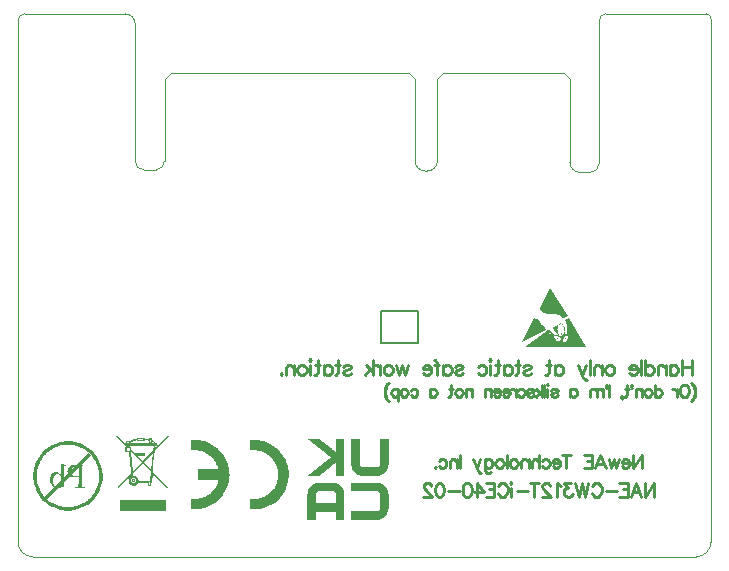
<source format=gbo>
G04*
G04 #@! TF.GenerationSoftware,Altium Limited,Altium Designer,22.9.1 (49)*
G04*
G04 Layer_Color=32896*
%FSLAX25Y25*%
%MOIN*%
G70*
G04*
G04 #@! TF.SameCoordinates,75BF9A83-B890-44CC-8EB5-75566BACED9D*
G04*
G04*
G04 #@! TF.FilePolarity,Positive*
G04*
G01*
G75*
%ADD11C,0.01000*%
%ADD12C,0.00394*%
%ADD15C,0.00397*%
%ADD41C,0.00800*%
G36*
X100582Y175894D02*
X100294D01*
Y175822D01*
X100006D01*
Y175750D01*
X99862D01*
Y175678D01*
X99718D01*
Y175606D01*
X99502D01*
Y175534D01*
X99430D01*
Y175462D01*
X99286D01*
Y175390D01*
X99142D01*
Y175318D01*
X99070D01*
Y175246D01*
X98998D01*
Y175174D01*
X98854D01*
Y175102D01*
X98782D01*
Y175030D01*
X98710D01*
Y174958D01*
X98566D01*
Y174814D01*
X98494D01*
Y174742D01*
X98422D01*
Y174670D01*
X98350D01*
Y174598D01*
X98278D01*
Y174526D01*
X98206D01*
Y174454D01*
X98134D01*
Y174310D01*
X98062D01*
Y174238D01*
X97990D01*
Y174094D01*
X97918D01*
Y173950D01*
X97846D01*
Y173878D01*
X97774D01*
Y173734D01*
X97702D01*
Y173518D01*
X97630D01*
Y173374D01*
X97558D01*
Y173158D01*
X97486D01*
Y172798D01*
X97414D01*
Y172222D01*
X97342D01*
Y163582D01*
X100222D01*
Y166390D01*
X106918D01*
Y163582D01*
X109726D01*
Y172798D01*
X109654D01*
Y173086D01*
X109582D01*
Y173302D01*
X109510D01*
Y173518D01*
X109438D01*
Y173662D01*
X109366D01*
Y173878D01*
X109294D01*
Y173950D01*
X109222D01*
Y174094D01*
X109150D01*
Y174238D01*
X109078D01*
Y174310D01*
X109006D01*
Y174382D01*
X108934D01*
Y174526D01*
X108862D01*
Y174598D01*
X108790D01*
Y174670D01*
X108718D01*
Y174742D01*
X108646D01*
Y174814D01*
X108574D01*
Y174886D01*
X108502D01*
Y174958D01*
X108430D01*
Y175030D01*
X108358D01*
Y175102D01*
X108286D01*
Y175174D01*
X108142D01*
Y175246D01*
X108070D01*
Y175318D01*
X107998D01*
Y175390D01*
X107854D01*
Y175462D01*
X107710D01*
Y175534D01*
X107638D01*
Y175606D01*
X107422D01*
Y175678D01*
X107278D01*
Y175750D01*
X107062D01*
Y175822D01*
X106846D01*
Y175894D01*
X106558D01*
Y175966D01*
X100582D01*
Y175894D01*
D02*
G37*
G36*
X109726Y187198D02*
Y190654D01*
X106918D01*
Y186190D01*
X106774D01*
Y186262D01*
X106702D01*
Y186334D01*
X106630D01*
Y186406D01*
X106558D01*
Y186478D01*
X106486D01*
Y186550D01*
X106342D01*
Y186622D01*
X106270D01*
Y186694D01*
X106198D01*
Y186766D01*
X106126D01*
Y186838D01*
X105982D01*
Y186910D01*
X105910D01*
Y186982D01*
X105838D01*
Y187054D01*
X105694D01*
Y187126D01*
X105622D01*
Y187198D01*
X105550D01*
Y187270D01*
X105478D01*
Y187342D01*
X105406D01*
Y187414D01*
X105262D01*
Y187486D01*
X105190D01*
Y187558D01*
X105118D01*
Y187630D01*
X105046D01*
Y187702D01*
X104902D01*
Y187774D01*
X104830D01*
Y187846D01*
X104758D01*
Y187918D01*
X104614D01*
Y187990D01*
X104542D01*
Y188062D01*
X104470D01*
Y188134D01*
X104398D01*
Y188206D01*
X104326D01*
Y188278D01*
X104182D01*
Y188350D01*
X104110D01*
Y188422D01*
X104038D01*
Y188494D01*
X103966D01*
Y188566D01*
X103822D01*
Y188638D01*
X103750D01*
Y188710D01*
X103678D01*
Y188782D01*
X103534D01*
Y188854D01*
X103462D01*
Y188926D01*
X103390D01*
Y188998D01*
X103318D01*
Y189070D01*
X103246D01*
Y189142D01*
X103102D01*
Y189214D01*
X103030D01*
Y189286D01*
X102958D01*
Y189358D01*
X102886D01*
Y189430D01*
X102742D01*
Y189502D01*
X102670D01*
Y189574D01*
X102598D01*
Y189646D01*
X102454D01*
Y189718D01*
X102382D01*
Y189790D01*
X102310D01*
Y189862D01*
X102238D01*
Y189934D01*
X102166D01*
Y190006D01*
X102022D01*
Y190078D01*
X101950D01*
Y190150D01*
X101878D01*
Y190222D01*
X101806D01*
Y190294D01*
X101662D01*
Y190366D01*
X101590D01*
Y190438D01*
X101518D01*
Y190510D01*
X101374D01*
Y190582D01*
X101302D01*
Y190654D01*
X97414D01*
Y190582D01*
X97486D01*
Y190510D01*
X97558D01*
Y190438D01*
X97630D01*
Y190366D01*
X97702D01*
Y190294D01*
X97846D01*
Y190222D01*
X97918D01*
Y190150D01*
X97990D01*
Y190078D01*
X98134D01*
Y190006D01*
X98206D01*
Y189934D01*
X98278D01*
Y189862D01*
X98350D01*
Y189790D01*
X98494D01*
Y189718D01*
X98566D01*
Y189646D01*
X98638D01*
Y189574D01*
X98782D01*
Y189502D01*
X98854D01*
Y189430D01*
X98926D01*
Y189358D01*
X98998D01*
Y189286D01*
X99142D01*
Y189214D01*
X99214D01*
Y189142D01*
X99286D01*
Y189070D01*
X99358D01*
Y188998D01*
X99502D01*
Y188926D01*
X99574D01*
Y188854D01*
X99646D01*
Y188782D01*
X99790D01*
Y188710D01*
X99862D01*
Y188638D01*
X99934D01*
Y188566D01*
X100006D01*
Y188494D01*
X100150D01*
Y188422D01*
X100222D01*
Y188350D01*
X100294D01*
Y188278D01*
X100366D01*
Y188206D01*
X100510D01*
Y188134D01*
X100582D01*
Y188062D01*
X100654D01*
Y187990D01*
X100726D01*
Y187918D01*
X100870D01*
Y187846D01*
X100942D01*
Y187774D01*
X101014D01*
Y187702D01*
X101158D01*
Y187630D01*
X101230D01*
Y187558D01*
X101302D01*
Y187486D01*
X101374D01*
Y187414D01*
X101518D01*
Y187342D01*
X101590D01*
Y187270D01*
X101662D01*
Y187198D01*
X101806D01*
Y187126D01*
X101878D01*
Y187054D01*
X101950D01*
Y186982D01*
X102022D01*
Y186910D01*
X102166D01*
Y186838D01*
X102238D01*
Y186766D01*
X102310D01*
Y186694D01*
X102382D01*
Y186622D01*
X102526D01*
Y186550D01*
X102598D01*
Y186478D01*
X102670D01*
Y186406D01*
X102814D01*
Y186334D01*
X102886D01*
Y186262D01*
X102958D01*
Y186190D01*
X103030D01*
Y186118D01*
X103174D01*
Y186046D01*
X103246D01*
Y185974D01*
X103318D01*
Y185902D01*
X103390D01*
Y185830D01*
X103534D01*
Y185758D01*
X103606D01*
Y185686D01*
X103678D01*
Y185614D01*
X103750D01*
Y185542D01*
X103894D01*
Y185470D01*
X103966D01*
Y185398D01*
X104038D01*
Y185326D01*
X104182D01*
Y185254D01*
X104254D01*
Y185182D01*
X104326D01*
Y185110D01*
X104398D01*
Y185038D01*
X104542D01*
Y184966D01*
X104614D01*
Y184894D01*
X104686D01*
Y184822D01*
X104830D01*
Y184750D01*
X104902D01*
Y184678D01*
X104974D01*
Y184606D01*
X105046D01*
Y184534D01*
X105190D01*
Y184462D01*
X105262D01*
Y184390D01*
X105118D01*
Y184318D01*
X105046D01*
Y184246D01*
X104974D01*
Y184174D01*
X104902D01*
Y184102D01*
X104758D01*
Y184030D01*
X104686D01*
Y183958D01*
X104614D01*
Y183886D01*
X104542D01*
Y183814D01*
X104398D01*
Y183742D01*
X104326D01*
Y183670D01*
X104254D01*
Y183598D01*
X104110D01*
Y183526D01*
X104038D01*
Y183454D01*
X103966D01*
Y183382D01*
X103894D01*
Y183310D01*
X103750D01*
Y183238D01*
X103678D01*
Y183166D01*
X103606D01*
Y183094D01*
X103534D01*
Y183022D01*
X103390D01*
Y182950D01*
X103318D01*
Y182878D01*
X103246D01*
Y182806D01*
X103102D01*
Y182734D01*
X103030D01*
Y182662D01*
X102958D01*
Y182590D01*
X102886D01*
Y182518D01*
X102742D01*
Y182446D01*
X102670D01*
Y182374D01*
X102598D01*
Y182302D01*
X102454D01*
Y182230D01*
X102382D01*
Y182158D01*
X102310D01*
Y182086D01*
X102238D01*
Y182014D01*
X102094D01*
Y181942D01*
X102022D01*
Y181870D01*
X101950D01*
Y181798D01*
X101878D01*
Y181726D01*
X101734D01*
Y181654D01*
X101662D01*
Y181582D01*
X101590D01*
Y181510D01*
X101518D01*
Y181438D01*
X101374D01*
Y181366D01*
X101302D01*
Y181294D01*
X101230D01*
Y181222D01*
X101086D01*
Y181150D01*
X101014D01*
Y181078D01*
X100942D01*
Y181006D01*
X100870D01*
Y180934D01*
X100726D01*
Y180862D01*
X100654D01*
Y180790D01*
X100582D01*
Y180718D01*
X100510D01*
Y180646D01*
X100366D01*
Y180574D01*
X100294D01*
Y180502D01*
X100222D01*
Y180430D01*
X100078D01*
Y180358D01*
X100006D01*
Y180286D01*
X99934D01*
Y180214D01*
X99862D01*
Y180142D01*
X99718D01*
Y180070D01*
X99646D01*
Y179998D01*
X99574D01*
Y179926D01*
X99430D01*
Y179854D01*
X99358D01*
Y179782D01*
X99286D01*
Y179710D01*
X99214D01*
Y179638D01*
X99070D01*
Y179566D01*
X98998D01*
Y179494D01*
X98926D01*
Y179422D01*
X98854D01*
Y179350D01*
X98710D01*
Y179278D01*
X98638D01*
Y179206D01*
X98566D01*
Y179134D01*
X98494D01*
Y179062D01*
X98350D01*
Y178990D01*
X98278D01*
Y178918D01*
X98206D01*
Y178846D01*
X98062D01*
Y178774D01*
X97990D01*
Y178702D01*
X97918D01*
Y178630D01*
X97846D01*
Y178558D01*
X97702D01*
Y178486D01*
X97630D01*
Y178414D01*
X97558D01*
Y178342D01*
X97486D01*
Y178270D01*
X101374D01*
Y178342D01*
X101446D01*
Y178414D01*
X101590D01*
Y178486D01*
X101662D01*
Y178558D01*
X101734D01*
Y178630D01*
X101878D01*
Y178702D01*
X101950D01*
Y178774D01*
X102022D01*
Y178846D01*
X102094D01*
Y178918D01*
X102238D01*
Y178990D01*
X102310D01*
Y179062D01*
X102382D01*
Y179134D01*
X102454D01*
Y179206D01*
X102526D01*
Y179278D01*
X102670D01*
Y179350D01*
X102742D01*
Y179422D01*
X102814D01*
Y179494D01*
X102958D01*
Y179566D01*
X103030D01*
Y179638D01*
X103102D01*
Y179710D01*
X103174D01*
Y179782D01*
X103318D01*
Y179854D01*
X103390D01*
Y179926D01*
X103462D01*
Y179998D01*
X103534D01*
Y180070D01*
X103606D01*
Y180142D01*
X103750D01*
Y180214D01*
X103822D01*
Y180286D01*
X103894D01*
Y180358D01*
X104038D01*
Y180430D01*
X104110D01*
Y180502D01*
X104182D01*
Y180574D01*
X104254D01*
Y180646D01*
X104398D01*
Y180718D01*
X104470D01*
Y180790D01*
X104542D01*
Y180862D01*
X104614D01*
Y180934D01*
X104686D01*
Y181006D01*
X104830D01*
Y181078D01*
X104902D01*
Y181150D01*
X104974D01*
Y181222D01*
X105118D01*
Y181294D01*
X105190D01*
Y181366D01*
X105262D01*
Y181438D01*
X105334D01*
Y181510D01*
X105478D01*
Y181582D01*
X105550D01*
Y181654D01*
X105622D01*
Y181726D01*
X105694D01*
Y181798D01*
X105766D01*
Y181870D01*
X105910D01*
Y181942D01*
X105982D01*
Y182014D01*
X106054D01*
Y182086D01*
X106198D01*
Y182158D01*
X106270D01*
Y182230D01*
X106342D01*
Y182302D01*
X106414D01*
Y182374D01*
X106558D01*
Y182446D01*
X106630D01*
Y182518D01*
X106702D01*
Y182590D01*
X106774D01*
Y182662D01*
X106846D01*
Y182734D01*
X106918D01*
Y178270D01*
X109726D01*
Y187126D01*
Y187198D01*
D02*
G37*
G36*
X113038Y163582D02*
X120670D01*
Y163654D01*
X121174D01*
Y163726D01*
X121534D01*
Y163798D01*
X121750D01*
Y163870D01*
X121894D01*
Y163942D01*
X122110D01*
Y164014D01*
X122254D01*
Y164086D01*
X122398D01*
Y164158D01*
X122542D01*
Y164230D01*
X122614D01*
Y164302D01*
X122686D01*
Y164374D01*
X122830D01*
Y164446D01*
X122902D01*
Y164518D01*
X122974D01*
Y164590D01*
X123118D01*
Y164662D01*
X123190D01*
Y164806D01*
X123334D01*
Y164878D01*
X123406D01*
Y165022D01*
X123478D01*
Y165094D01*
X123550D01*
Y165166D01*
X123622D01*
Y165310D01*
X123694D01*
Y165382D01*
X123766D01*
Y165454D01*
X123838D01*
Y165598D01*
X123910D01*
Y165742D01*
X123982D01*
Y165886D01*
X124054D01*
Y166102D01*
X124126D01*
Y166246D01*
X124198D01*
Y166462D01*
X124270D01*
Y166822D01*
X124342D01*
Y167326D01*
X124414D01*
Y172222D01*
X124342D01*
Y172798D01*
X124270D01*
Y173158D01*
X124198D01*
Y173374D01*
X124126D01*
Y173518D01*
X124054D01*
Y173734D01*
X123982D01*
Y173878D01*
X123910D01*
Y173950D01*
X123838D01*
Y174094D01*
X123766D01*
Y174238D01*
X123694D01*
Y174310D01*
X123622D01*
Y174454D01*
X123550D01*
Y174526D01*
X123478D01*
Y174598D01*
X123406D01*
Y174670D01*
X123334D01*
Y174742D01*
X123262D01*
Y174814D01*
X123190D01*
Y174958D01*
X123046D01*
Y175030D01*
X122974D01*
Y175102D01*
X122902D01*
Y175174D01*
X122758D01*
Y175246D01*
X122686D01*
Y175318D01*
X122614D01*
Y175390D01*
X122470D01*
Y175462D01*
X122326D01*
Y175534D01*
X122254D01*
Y175606D01*
X122038D01*
Y175678D01*
X121894D01*
Y175750D01*
X121750D01*
Y175822D01*
X121462D01*
Y175894D01*
X121174D01*
Y175966D01*
X112030D01*
Y173158D01*
X120814D01*
Y173086D01*
X120958D01*
Y173014D01*
X121102D01*
Y172942D01*
X121174D01*
Y172870D01*
X121246D01*
Y172798D01*
X121318D01*
Y172726D01*
X121390D01*
Y172582D01*
X121462D01*
Y172438D01*
X121534D01*
Y167182D01*
X121462D01*
Y167038D01*
X121390D01*
Y166894D01*
X121318D01*
Y166822D01*
X121246D01*
Y166750D01*
X121174D01*
Y166678D01*
X121102D01*
Y166606D01*
X120958D01*
Y166534D01*
X120814D01*
Y166462D01*
X112030D01*
Y163582D01*
X112966D01*
X113038D01*
D02*
G37*
G36*
X114838Y184966D02*
Y190654D01*
X112030D01*
Y181438D01*
X112102D01*
Y181150D01*
X112174D01*
Y180934D01*
X112246D01*
Y180718D01*
X112318D01*
Y180574D01*
X112390D01*
Y180358D01*
X112462D01*
Y180286D01*
X112534D01*
Y180142D01*
X112606D01*
Y179998D01*
X112678D01*
Y179926D01*
X112750D01*
Y179854D01*
X112822D01*
Y179710D01*
X112894D01*
Y179638D01*
X112966D01*
Y179566D01*
X113038D01*
Y179494D01*
X113110D01*
Y179422D01*
X113182D01*
Y179350D01*
X113254D01*
Y179278D01*
X113326D01*
Y179206D01*
X113398D01*
Y179134D01*
X113470D01*
Y179062D01*
X113614D01*
Y178990D01*
X113686D01*
Y178918D01*
X113758D01*
Y178846D01*
X113902D01*
Y178774D01*
X114046D01*
Y178702D01*
X114118D01*
Y178630D01*
X114334D01*
Y178558D01*
X114478D01*
Y178486D01*
X114694D01*
Y178414D01*
X114910D01*
Y178342D01*
X115198D01*
Y178270D01*
X121174D01*
Y178342D01*
X121462D01*
Y178414D01*
X121750D01*
Y178486D01*
X121894D01*
Y178558D01*
X122038D01*
Y178630D01*
X122254D01*
Y178702D01*
X122326D01*
Y178774D01*
X122470D01*
Y178846D01*
X122614D01*
Y178918D01*
X122686D01*
Y178990D01*
X122758D01*
Y179062D01*
X122902D01*
Y179134D01*
X122974D01*
Y179206D01*
X123046D01*
Y179278D01*
X123190D01*
Y179422D01*
X123262D01*
Y179494D01*
X123334D01*
Y179566D01*
X123406D01*
Y179638D01*
X123478D01*
Y179710D01*
X123550D01*
Y179782D01*
X123622D01*
Y179926D01*
X123694D01*
Y179998D01*
X123766D01*
Y180142D01*
X123838D01*
Y180286D01*
X123910D01*
Y180358D01*
X123982D01*
Y180502D01*
X124054D01*
Y180718D01*
X124126D01*
Y180862D01*
X124198D01*
Y181078D01*
X124270D01*
Y181438D01*
X124342D01*
Y182014D01*
X124414D01*
Y190654D01*
X121534D01*
Y181798D01*
X121462D01*
Y181654D01*
X121390D01*
Y181510D01*
X121318D01*
Y181438D01*
X121246D01*
Y181366D01*
X121174D01*
Y181294D01*
X121102D01*
Y181222D01*
X120958D01*
Y181150D01*
X120814D01*
Y181078D01*
X115630D01*
Y181150D01*
X115414D01*
Y181222D01*
X115270D01*
Y181294D01*
X115198D01*
Y181366D01*
X115126D01*
Y181438D01*
X115054D01*
Y181510D01*
X114982D01*
Y181654D01*
X114910D01*
Y181870D01*
X114838D01*
Y184894D01*
Y184966D01*
D02*
G37*
G36*
X184077Y231657D02*
X182773Y230816D01*
X182588Y231019D01*
X182394Y231195D01*
X182199Y231352D01*
X182005Y231491D01*
X181811Y231611D01*
X181616Y231713D01*
X181431Y231796D01*
X181246Y231870D01*
X181080Y231935D01*
X180932Y231981D01*
X180793Y232018D01*
X180682Y232046D01*
X180580Y232064D01*
X180506Y232074D01*
X180470Y232083D01*
X180451D01*
X180210Y232111D01*
X179998Y232129D01*
X179822Y232148D01*
X179665Y232166D01*
X179535Y232175D01*
X179424Y232185D01*
X179332Y232194D01*
X179258Y232203D01*
X179202Y232212D01*
X179165D01*
X179128Y232222D01*
X179091D01*
X178777Y232231D01*
X178481Y232249D01*
X178203Y232277D01*
X177935Y232296D01*
X177685Y232333D01*
X177454Y232360D01*
X177241Y232397D01*
X177038Y232434D01*
X176844Y232481D01*
X176668Y232527D01*
X176510Y232573D01*
X176362Y232619D01*
X176224Y232666D01*
X176094Y232712D01*
X175974Y232767D01*
X175872Y232814D01*
X175780Y232869D01*
X175687Y232915D01*
X175549Y233008D01*
X175437Y233091D01*
X175354Y233174D01*
X175299Y233239D01*
X175262Y233285D01*
X175243Y233322D01*
X175234Y233332D01*
X175160Y233507D01*
X175095Y233665D01*
X175040Y233803D01*
X174994Y233924D01*
X174956Y234016D01*
X174919Y234099D01*
X174892Y234164D01*
X174873Y234220D01*
X174855Y234266D01*
X174836Y234294D01*
X174827Y234331D01*
X174818Y234349D01*
X178351Y240806D01*
X184077Y231657D01*
D02*
G37*
G36*
X190154Y221233D02*
X169749Y221186D01*
X177630Y226857D01*
X177759Y226866D01*
X177889Y226847D01*
X178018Y226820D01*
X178148Y226764D01*
X178268Y226709D01*
X178379Y226635D01*
X178592Y226477D01*
X178684Y226394D01*
X178768Y226311D01*
X178841Y226228D01*
X178906Y226163D01*
X178962Y226098D01*
X178999Y226052D01*
X179017Y226024D01*
X179026Y226015D01*
X179147Y225848D01*
X179248Y225700D01*
X179341Y225580D01*
X179424Y225469D01*
X179489Y225377D01*
X179544Y225303D01*
X179591Y225238D01*
X179628Y225192D01*
X179655Y225155D01*
X179674Y225118D01*
X179702Y225090D01*
X179711Y225071D01*
X179859Y225182D01*
X179998Y225266D01*
X180127Y225321D01*
X180247Y225349D01*
X180358Y225367D01*
X180451D01*
X180534Y225349D01*
X180617Y225321D01*
X180682Y225284D01*
X180738Y225247D01*
X180784Y225210D01*
X180830Y225164D01*
X180858Y225127D01*
X180876Y225099D01*
X180895Y225081D01*
Y225071D01*
X180949Y224970D01*
X180987Y224951D01*
X181025Y224923D01*
X181043Y224914D01*
X181052Y224905D01*
X181163Y224812D01*
X181265Y224729D01*
X181274Y224721D01*
Y224674D01*
X181265Y224609D01*
X181256Y224535D01*
Y224470D01*
X181246Y224424D01*
Y224415D01*
Y224405D01*
X181237Y224415D01*
X181228Y224442D01*
X181200Y224489D01*
X181182Y224526D01*
X181163Y224572D01*
X181135Y224618D01*
X181098Y224683D01*
X181061Y224766D01*
X181015Y224849D01*
X180960Y224951D01*
X180949Y224970D01*
X180932Y224979D01*
X180867Y225007D01*
X180784Y225034D01*
X180692Y225062D01*
X180590Y225081D01*
X180470Y225090D01*
X180340D01*
X180192Y225071D01*
X180035Y225034D01*
X179868Y224970D01*
X179683Y224896D01*
X179489Y224785D01*
X179425Y224741D01*
X178841Y225459D01*
X178691Y225481D01*
X178721Y225506D01*
X178802D01*
X178841Y225459D01*
X178897Y225451D01*
Y225506D01*
X178802D01*
X178769Y225546D01*
X178777Y225552D01*
X178819Y225586D01*
X178795Y225580D01*
X178748Y225572D01*
X178769Y225546D01*
X178721Y225506D01*
X178638D01*
X178640Y225488D01*
X178691Y225481D01*
X178666Y225460D01*
X178647Y225445D01*
X178640Y225488D01*
X178554Y225501D01*
X178545Y225552D01*
X178656Y225562D01*
X178740Y225571D01*
X178748Y225572D01*
X178101Y226366D01*
Y226357D01*
X178092Y226320D01*
Y226292D01*
X178083Y226265D01*
X178074Y226218D01*
X178065Y226163D01*
X178055Y226089D01*
X178037Y226015D01*
X178018Y225913D01*
X178000Y225802D01*
X177981Y225673D01*
X177953Y225525D01*
Y225515D01*
Y225488D01*
Y225451D01*
Y225395D01*
X177972Y225330D01*
X178000Y225256D01*
X178037Y225173D01*
X178101Y225090D01*
X178175Y225007D01*
X178277Y224923D01*
X178407Y224840D01*
X178573Y224766D01*
X178698Y224722D01*
X178703Y224748D01*
X178706Y224774D01*
X178074Y225571D01*
X178554Y225501D01*
X178573Y225377D01*
X178582Y225386D01*
X178620Y225423D01*
X178647Y225445D01*
X178724Y224895D01*
X178721Y224877D01*
X178706Y224774D01*
X178749Y224720D01*
X178724Y224895D01*
X178740Y224988D01*
X178758Y225090D01*
X178768Y225164D01*
X178777Y225238D01*
X178786Y225293D01*
X178795Y225340D01*
X178804Y225367D01*
Y225395D01*
X178814Y225432D01*
Y225441D01*
X179399Y224723D01*
X179285Y224646D01*
Y224637D01*
X179313D01*
X179339Y224642D01*
X179295Y224618D01*
X179301Y224594D01*
X179350Y224588D01*
X179350Y224590D01*
X179484D01*
X179476Y224577D01*
X179406Y224581D01*
X179350Y224588D01*
X179363Y224496D01*
X179396Y224452D01*
X179461Y224553D01*
X179476Y224577D01*
X179520Y224574D01*
X179507Y224590D01*
X179548D01*
X179512Y224635D01*
X179507Y224627D01*
X179494Y224606D01*
X179507Y224590D01*
X179484D01*
X179494Y224606D01*
X179451Y224659D01*
X179424Y224655D01*
X179359Y224646D01*
X179339Y224642D01*
X179426Y224690D01*
X179399Y224723D01*
X179425Y224741D01*
X179454Y224705D01*
X179426Y224690D01*
X179451Y224659D01*
X179488Y224664D01*
X179512Y224635D01*
X179528Y224662D01*
X179563Y224637D01*
X179609Y224618D01*
X179655Y224600D01*
X179702D01*
X179739Y224590D01*
X179548D01*
X179563Y224572D01*
X179520Y224574D01*
X180275Y223647D01*
X180118Y223656D01*
X179970Y223675D01*
X179831Y223702D01*
X179702Y223721D01*
X179667Y223730D01*
X179581Y223832D01*
X179517Y223943D01*
X179471Y224035D01*
X179461Y224072D01*
X179452Y224100D01*
X179443Y224109D01*
Y224119D01*
X179415Y224211D01*
X179395Y224272D01*
X179461Y223795D01*
X178795Y224655D01*
X179128Y224526D01*
X179262Y224599D01*
X179258Y224600D01*
X179119Y224618D01*
X178990Y224646D01*
X178869Y224674D01*
X178758Y224701D01*
X178698Y224722D01*
X178675Y224600D01*
Y224590D01*
Y224563D01*
Y224526D01*
Y224470D01*
X178693Y224405D01*
X178721Y224331D01*
X178758Y224248D01*
X178823Y224165D01*
X178897Y224082D01*
X178999Y223998D01*
X179128Y223924D01*
X179285Y223850D01*
X179480Y223776D01*
X179591Y223749D01*
X179667Y223730D01*
X179674Y223721D01*
X179785Y223601D01*
X179924Y223490D01*
X180099Y223406D01*
X180109D01*
X180118Y223397D01*
X180146D01*
X180183Y223388D01*
X180284Y223360D01*
X180414Y223342D01*
X180562Y223314D01*
X180728Y223305D01*
X180895Y223295D01*
X181071Y223305D01*
X181237Y223332D01*
X181395Y223379D01*
X181533Y223462D01*
X181644Y223564D01*
X181691Y223628D01*
X181727Y223702D01*
X181746Y223786D01*
X181764Y223878D01*
Y223980D01*
X181755Y224100D01*
X181737Y224220D01*
X181700Y224359D01*
X181691Y224368D01*
X181663Y224387D01*
X181616Y224424D01*
X181589Y224461D01*
X181543Y224489D01*
X181487Y224535D01*
X181422Y224590D01*
X181348Y224655D01*
X181274Y224721D01*
Y224738D01*
X181283Y224785D01*
Y224803D01*
Y224877D01*
X181265Y224951D01*
X181237Y225034D01*
X181209Y225108D01*
X181117Y225256D01*
X181006Y225395D01*
X180895Y225506D01*
X180802Y225599D01*
X180765Y225636D01*
X180738Y225663D01*
X180719Y225673D01*
X180710Y225682D01*
X180543Y225830D01*
X180395Y225969D01*
X180257Y226098D01*
X180127Y226228D01*
X180016Y226357D01*
X179914Y226468D01*
X179822Y226579D01*
X179748Y226681D01*
X179674Y226773D01*
X179619Y226857D01*
X179572Y226921D01*
X179535Y226986D01*
X179507Y227032D01*
X179489Y227069D01*
X179471Y227088D01*
Y227097D01*
X179415Y227208D01*
X179359Y227310D01*
X179323Y227393D01*
X179285Y227467D01*
X179248Y227532D01*
X179230Y227578D01*
X179202Y227624D01*
X179184Y227652D01*
X179165Y227698D01*
X179156Y227726D01*
X179147Y227735D01*
X179387Y227837D01*
X179609Y227930D01*
X179822Y228031D01*
X180025Y228124D01*
X180210Y228216D01*
X180386Y228309D01*
X180543Y228392D01*
X180692Y228475D01*
X180821Y228549D01*
X180932Y228614D01*
X181025Y228679D01*
X181108Y228725D01*
X181173Y228771D01*
X181219Y228799D01*
X181246Y228818D01*
X181256Y228827D01*
X181395Y228929D01*
X181524Y229012D01*
X181626Y229095D01*
X181718Y229160D01*
X181801Y229215D01*
X181866Y229262D01*
X181912Y229299D01*
X181959Y229326D01*
X181996Y229354D01*
X182014Y229373D01*
X182051Y229391D01*
X182060Y229400D01*
X182236Y229141D01*
X182403Y228910D01*
X182560Y228707D01*
X182699Y228531D01*
X182810Y228392D01*
X182856Y228327D01*
X182902Y228281D01*
X182930Y228244D01*
X182958Y228216D01*
X182967Y228207D01*
X182976Y228198D01*
X183050Y228115D01*
X183115Y228041D01*
X183180Y227976D01*
X183226Y227920D01*
X183300Y227837D01*
X183355Y227782D01*
X183383Y227745D01*
X183402Y227726D01*
X183411Y227717D01*
X183328Y227532D01*
X183263Y227365D01*
X183198Y227199D01*
X183161Y227042D01*
X183124Y226903D01*
X183097Y226773D01*
X183078Y226644D01*
X183069Y226542D01*
X183059Y226440D01*
Y226357D01*
X183069Y226283D01*
Y226218D01*
X183078Y226172D01*
Y226135D01*
X183087Y226117D01*
Y226107D01*
X183115Y225996D01*
X183143Y225904D01*
X183161Y225821D01*
X183180Y225756D01*
X183189Y225691D01*
X183207Y225645D01*
X183226Y225571D01*
X183235Y225534D01*
X183245Y225506D01*
Y225497D01*
X183115Y225358D01*
X183013Y225219D01*
X182985Y225210D01*
X182949Y225192D01*
X182911Y225155D01*
X182865Y225108D01*
X182810Y225034D01*
X182763Y224942D01*
X182708Y224812D01*
X182652Y224664D01*
X182634Y224572D01*
X182606Y224470D01*
X182578Y224359D01*
X182560Y224239D01*
X182532Y224109D01*
X182514Y223971D01*
X182495Y223823D01*
X182481Y223693D01*
X182560D01*
X182578Y223702D01*
X182597Y223730D01*
X182625Y223776D01*
X182634Y223813D01*
X182652Y223850D01*
X182662Y223906D01*
X182680Y223971D01*
X182699Y224045D01*
X182708Y224137D01*
X182726Y224239D01*
X182736Y224350D01*
Y224359D01*
Y224368D01*
X182745Y224396D01*
X182754Y224442D01*
X182763Y224507D01*
X182782Y224600D01*
X182800Y224729D01*
Y224748D01*
X182819Y224794D01*
X182837Y224868D01*
X182875Y224970D01*
X182930Y225090D01*
X183013Y225219D01*
X183059D01*
X183143Y225192D01*
X183207Y225173D01*
X183272Y225155D01*
X183318Y225136D01*
X183402Y225108D01*
X183457Y225090D01*
X183485Y225081D01*
X183503Y225071D01*
X183513D01*
X183596Y225349D01*
X183679Y225617D01*
X183744Y225858D01*
X183800Y226070D01*
X183855Y226274D01*
X183892Y226459D01*
X183929Y226616D01*
X183957Y226764D01*
X183975Y226894D01*
X183994Y226995D01*
X184003Y227088D01*
X184012Y227162D01*
X184021Y227217D01*
Y227264D01*
Y227282D01*
Y227291D01*
Y227412D01*
Y227513D01*
Y227606D01*
X184031Y227680D01*
Y227745D01*
Y227800D01*
Y227846D01*
Y227883D01*
Y227930D01*
Y227957D01*
Y227967D01*
X184012Y228050D01*
X183984Y228142D01*
X183929Y228337D01*
X183855Y228549D01*
X183781Y228753D01*
X183716Y228938D01*
X183688Y229021D01*
X183661Y229095D01*
X183633Y229151D01*
X183624Y229197D01*
X183605Y229225D01*
Y229234D01*
X183550Y229391D01*
X183494Y229521D01*
X183448Y229641D01*
X183411Y229733D01*
X183383Y229817D01*
X183355Y229891D01*
X183328Y229946D01*
X183309Y229992D01*
X183300Y230029D01*
X183291Y230057D01*
X183281Y230094D01*
X183272Y230103D01*
X184632Y230880D01*
X190154Y221233D01*
D02*
G37*
G36*
X179591Y224711D02*
X179572Y224692D01*
X179535Y224674D01*
X179563Y224701D01*
X179581Y224711D01*
Y224720D01*
X179591Y224711D01*
D02*
G37*
G36*
X179517Y224738D02*
X179507Y224692D01*
X179522Y224671D01*
X179489Y224664D01*
X179488Y224664D01*
X179454Y224705D01*
X179517Y224740D01*
Y224738D01*
D02*
G37*
G36*
X179528Y224662D02*
X179526Y224664D01*
X179522Y224671D01*
X179535Y224674D01*
X179528Y224662D01*
D02*
G37*
G36*
X180368Y224348D02*
X180340Y224341D01*
X180336Y224339D01*
X180331Y224341D01*
X180294D01*
X180284Y224350D01*
X180278Y224352D01*
X180284Y224359D01*
X180349D01*
X180368Y224348D01*
D02*
G37*
G36*
X180238Y224368D02*
X180257Y224359D01*
X180278Y224352D01*
X180275Y224350D01*
Y224341D01*
X180294D01*
X180312Y224331D01*
X180314Y224331D01*
X180266Y224313D01*
X180201Y224267D01*
X180155Y224220D01*
X180129Y224195D01*
X180229Y224378D01*
X180238Y224368D01*
D02*
G37*
G36*
X180470Y224331D02*
X180525Y224313D01*
X180571Y224276D01*
X180605Y224248D01*
X180627Y224239D01*
X180738Y224202D01*
X180830Y224165D01*
X180858Y224146D01*
X180886Y224137D01*
X180904Y224128D01*
X180913D01*
X180904Y224137D01*
X180923Y224146D01*
X181015D01*
X180997Y224137D01*
X180987Y224128D01*
X180978D01*
X180932Y224082D01*
X180928Y224075D01*
X180913Y224082D01*
X180886Y224091D01*
X180849Y224109D01*
X180747Y224146D01*
X180684Y224173D01*
X180673Y224183D01*
X180636Y224220D01*
X180627Y224230D01*
X180605Y224248D01*
X180516Y224285D01*
X180424Y224310D01*
X180395Y224331D01*
X180368Y224348D01*
X180377Y224350D01*
X180423D01*
X180470Y224331D01*
D02*
G37*
G36*
X180929Y224074D02*
X180926Y224071D01*
X180904Y224035D01*
X180878Y223977D01*
X180876Y223980D01*
Y223989D01*
Y223998D01*
X180895Y224035D01*
X180913Y224063D01*
X180926Y224071D01*
X180928Y224075D01*
X180929Y224074D01*
D02*
G37*
G36*
X180886Y223961D02*
Y223943D01*
X180867Y223924D01*
X180858D01*
X180867Y223952D01*
X180878Y223977D01*
X180886Y223961D01*
D02*
G37*
G36*
X180414Y224313D02*
X180424Y224310D01*
X180432Y224304D01*
X180470Y224267D01*
X180525Y224248D01*
X180636Y224193D01*
X180684Y224173D01*
X180710Y224146D01*
X180756Y224100D01*
X180802Y224072D01*
X180830Y224054D01*
Y224109D01*
X180840Y224082D01*
Y224063D01*
X180830Y224054D01*
Y223924D01*
X180858D01*
X180849Y223897D01*
Y223887D01*
Y223878D01*
Y223860D01*
X180853Y223841D01*
X180812Y223897D01*
X180756Y223971D01*
X180719Y224017D01*
X180701Y224035D01*
X180636Y224109D01*
X180571Y224174D01*
X180516Y224230D01*
X180470Y224267D01*
X180414Y224285D01*
X180377Y224304D01*
X180340Y224322D01*
X180314Y224331D01*
X180336Y224339D01*
X180414Y224313D01*
D02*
G37*
G36*
X173042Y230751D02*
X173088Y230742D01*
X173162Y230714D01*
X173245Y230695D01*
X173328Y230668D01*
X173393Y230640D01*
X173449Y230631D01*
X173458Y230621D01*
X173467D01*
X173634Y230575D01*
X173800Y230529D01*
X173948Y230483D01*
X174087Y230446D01*
X174207Y230418D01*
X174291Y230399D01*
X174327Y230390D01*
X174355D01*
X174364Y230381D01*
X174374D01*
X174383Y230372D01*
X174392Y230344D01*
X174420Y230298D01*
X174457Y230233D01*
X174494Y230168D01*
X174540Y230085D01*
X174633Y229918D01*
X174734Y229743D01*
X174781Y229659D01*
X174818Y229595D01*
X174855Y229530D01*
X174882Y229484D01*
X174892Y229456D01*
X174901Y229447D01*
X175003Y229280D01*
X175123Y229114D01*
X175252Y228956D01*
X175391Y228818D01*
X175539Y228679D01*
X175687Y228549D01*
X175835Y228438D01*
X175974Y228327D01*
X176113Y228235D01*
X176242Y228152D01*
X176362Y228078D01*
X176464Y228013D01*
X176548Y227967D01*
X176612Y227930D01*
X176649Y227911D01*
X176668Y227902D01*
X176751Y227032D01*
X168990Y222842D01*
X173023Y230760D01*
X173032D01*
X173042Y230751D01*
D02*
G37*
G36*
X17995Y189878D02*
X18439Y189850D01*
X18869Y189808D01*
X19286Y189739D01*
X19702Y189670D01*
X20091Y189572D01*
X20868Y189364D01*
X21590Y189101D01*
X22270Y188809D01*
X22894Y188504D01*
X23186Y188351D01*
X23463Y188184D01*
X23727Y188032D01*
X23977Y187865D01*
X24213Y187713D01*
X24435Y187560D01*
X24643Y187407D01*
X24837Y187268D01*
X25004Y187129D01*
X25157Y187005D01*
X25296Y186893D01*
X25420Y186796D01*
X25532Y186699D01*
X25615Y186630D01*
X25684Y186560D01*
X25726Y186519D01*
X25754Y186491D01*
X25767Y186477D01*
X26073Y186158D01*
X26364Y185825D01*
X26628Y185492D01*
X26892Y185145D01*
X27114Y184798D01*
X27336Y184465D01*
X27544Y184104D01*
X27725Y183757D01*
X27891Y183410D01*
X28058Y183063D01*
X28321Y182383D01*
X28557Y181730D01*
X28724Y181106D01*
X28877Y180509D01*
X28932Y180231D01*
X28974Y179967D01*
X29015Y179732D01*
X29057Y179496D01*
X29085Y179273D01*
X29099Y179079D01*
X29113Y178899D01*
X29126Y178746D01*
X29140Y178607D01*
Y178482D01*
X29154Y178399D01*
Y178330D01*
Y178288D01*
Y178274D01*
X29140Y177830D01*
X29113Y177386D01*
X29071Y176955D01*
X29002Y176539D01*
X28932Y176123D01*
X28835Y175734D01*
X28627Y174957D01*
X28363Y174235D01*
X28085Y173555D01*
X27780Y172930D01*
X27613Y172639D01*
X27461Y172361D01*
X27308Y172098D01*
X27142Y171848D01*
X26989Y171612D01*
X26836Y171390D01*
X26697Y171181D01*
X26559Y170987D01*
X26420Y170820D01*
X26295Y170668D01*
X26184Y170529D01*
X26073Y170404D01*
X25990Y170293D01*
X25906Y170210D01*
X25851Y170140D01*
X25809Y170099D01*
X25781Y170071D01*
X25767Y170057D01*
X25448Y169752D01*
X25115Y169460D01*
X24782Y169183D01*
X24435Y168933D01*
X24088Y168697D01*
X23741Y168475D01*
X23394Y168280D01*
X23047Y168086D01*
X22700Y167920D01*
X22353Y167767D01*
X21673Y167489D01*
X21007Y167267D01*
X20382Y167087D01*
X19799Y166948D01*
X19522Y166879D01*
X19258Y166837D01*
X19008Y166795D01*
X18772Y166768D01*
X18550Y166726D01*
X18356Y166712D01*
X18175Y166698D01*
X18022Y166684D01*
X17884Y166670D01*
X17759D01*
X17675Y166656D01*
X17550D01*
X17106Y166670D01*
X16662Y166698D01*
X16232Y166740D01*
X15815Y166809D01*
X15413Y166879D01*
X15010Y166976D01*
X14247Y167184D01*
X13525Y167448D01*
X12845Y167739D01*
X12221Y168044D01*
X11929Y168197D01*
X11652Y168364D01*
X11388Y168516D01*
X11138Y168669D01*
X10902Y168836D01*
X10680Y168988D01*
X10472Y169127D01*
X10277Y169266D01*
X10111Y169405D01*
X9958Y169530D01*
X9819Y169641D01*
X9694Y169738D01*
X9583Y169835D01*
X9500Y169918D01*
X9431Y169974D01*
X9389Y170016D01*
X9361Y170043D01*
X9347Y170057D01*
X9042Y170376D01*
X8751Y170710D01*
X8473Y171043D01*
X8223Y171390D01*
X7987Y171737D01*
X7765Y172084D01*
X7557Y172431D01*
X7377Y172778D01*
X7196Y173125D01*
X7043Y173472D01*
X6766Y174152D01*
X6544Y174818D01*
X6363Y175443D01*
X6224Y176025D01*
X6155Y176303D01*
X6113Y176567D01*
X6072Y176817D01*
X6030Y177053D01*
X6002Y177275D01*
X5988Y177469D01*
X5975Y177649D01*
X5961Y177802D01*
X5947Y177941D01*
X5933Y178066D01*
Y178149D01*
Y178218D01*
Y178260D01*
Y178274D01*
X5947Y178718D01*
X5975Y179162D01*
X6016Y179593D01*
X6086Y180009D01*
X6155Y180412D01*
X6252Y180814D01*
X6460Y181578D01*
X6724Y182299D01*
X7016Y182979D01*
X7321Y183604D01*
X7474Y183896D01*
X7640Y184173D01*
X7793Y184437D01*
X7959Y184687D01*
X8112Y184923D01*
X8265Y185145D01*
X8417Y185353D01*
X8556Y185547D01*
X8695Y185714D01*
X8820Y185866D01*
X8931Y186005D01*
X9028Y186130D01*
X9125Y186241D01*
X9195Y186325D01*
X9264Y186394D01*
X9306Y186435D01*
X9334Y186463D01*
X9347Y186477D01*
X9667Y186783D01*
X10000Y187074D01*
X10333Y187352D01*
X10680Y187601D01*
X11027Y187837D01*
X11360Y188059D01*
X11721Y188268D01*
X12068Y188448D01*
X12415Y188628D01*
X12762Y188781D01*
X13442Y189059D01*
X14094Y189281D01*
X14719Y189461D01*
X15316Y189600D01*
X15593Y189670D01*
X15857Y189711D01*
X16093Y189753D01*
X16329Y189795D01*
X16551Y189822D01*
X16746Y189836D01*
X16926Y189850D01*
X17079Y189864D01*
X17217Y189878D01*
X17342Y189892D01*
X17550D01*
X17995Y189878D01*
D02*
G37*
G36*
X51154Y191421D02*
X46449Y186521D01*
X46310Y185203D01*
X46019Y181996D01*
X45783Y179692D01*
X50821Y174515D01*
X50474Y174182D01*
X45741Y179040D01*
X45463Y176056D01*
X45311D01*
Y174918D01*
X44256D01*
Y176056D01*
X40994D01*
X40869Y175834D01*
X40716Y175612D01*
X40481Y175362D01*
X40175Y175154D01*
X39828Y175042D01*
X39495Y175001D01*
X39148Y175015D01*
X38898Y175084D01*
X38607Y175209D01*
X38357Y175362D01*
X38162Y175556D01*
X37968Y175834D01*
X37829Y176139D01*
X37746Y176430D01*
X37718Y176666D01*
X37746Y176958D01*
X37788Y177180D01*
X37871Y177388D01*
X37996Y177624D01*
X38135Y177819D01*
X38329Y177999D01*
X38537Y178138D01*
X38732Y178235D01*
X38704Y178485D01*
X34554Y174182D01*
X34207Y174529D01*
X38662Y179137D01*
X38301Y183162D01*
X38052Y186077D01*
X36719D01*
Y187951D01*
X37066D01*
X33693Y191421D01*
X34040Y191754D01*
X37219Y188478D01*
Y188714D01*
X37149Y188770D01*
X37066Y188825D01*
X36983Y188909D01*
X36899Y189006D01*
X36858Y189131D01*
X36816Y189242D01*
X36802Y189381D01*
X36830Y189561D01*
X36872Y189658D01*
X36997Y189852D01*
X37135Y189977D01*
X37316Y190061D01*
X37510Y190088D01*
X37705Y190061D01*
X37871Y189991D01*
X38010Y189908D01*
X38079Y189825D01*
X38204Y189936D01*
X38412Y190075D01*
X38662Y190199D01*
X39023Y190338D01*
X39412Y190449D01*
X39800Y190533D01*
X40217Y190602D01*
X40550Y190644D01*
Y191060D01*
X43215D01*
Y190699D01*
X43423D01*
X43770Y190657D01*
X44131Y190616D01*
X44478Y190560D01*
Y190782D01*
X45630D01*
Y190241D01*
X45769Y190172D01*
X45949Y190088D01*
X46157Y189963D01*
X46324Y189852D01*
X46477Y189714D01*
X46588Y189617D01*
X46657Y189519D01*
X46713Y189408D01*
X46685Y189214D01*
X47351D01*
Y188367D01*
X46615D01*
X46504Y187271D01*
X50807Y191754D01*
X51154Y191421D01*
D02*
G37*
G36*
X50141Y170337D02*
Y170268D01*
Y170171D01*
Y170073D01*
Y169963D01*
Y169865D01*
Y169796D01*
Y169782D01*
Y169768D01*
Y169310D01*
Y169088D01*
Y168880D01*
Y168713D01*
Y168575D01*
Y168519D01*
Y168477D01*
Y168463D01*
Y168449D01*
Y168186D01*
Y167950D01*
Y167728D01*
Y167534D01*
Y167367D01*
Y167256D01*
Y167173D01*
Y167159D01*
Y167145D01*
Y166951D01*
Y166812D01*
Y166701D01*
Y166631D01*
Y166590D01*
Y166576D01*
Y166562D01*
X34970D01*
Y166590D01*
Y166659D01*
Y166742D01*
Y166853D01*
Y166964D01*
Y167048D01*
Y167117D01*
Y167145D01*
Y167603D01*
Y167825D01*
Y168019D01*
Y168200D01*
Y168325D01*
Y168380D01*
Y168422D01*
Y168436D01*
Y168449D01*
Y168713D01*
Y168963D01*
Y169185D01*
Y169379D01*
Y169546D01*
Y169671D01*
Y169740D01*
Y169768D01*
Y169879D01*
Y169963D01*
Y170115D01*
Y170226D01*
Y170296D01*
Y170337D01*
Y170351D01*
Y170365D01*
X50141D01*
Y170337D01*
D02*
G37*
G36*
X80427Y190286D02*
X81281Y190182D01*
X82093Y190015D01*
X82864Y189786D01*
X83593Y189536D01*
X84259Y189244D01*
X84905Y188932D01*
X85468Y188619D01*
X85988Y188307D01*
X86447Y187994D01*
X86842Y187703D01*
X87176Y187453D01*
X87426Y187224D01*
X87613Y187057D01*
X87738Y186953D01*
X87780Y186911D01*
X88384Y186266D01*
X88905Y185578D01*
X89363Y184891D01*
X89738Y184203D01*
X90071Y183495D01*
X90342Y182828D01*
X90571Y182162D01*
X90758Y181537D01*
X90883Y180954D01*
X90988Y180412D01*
X91071Y179933D01*
X91113Y179516D01*
X91133Y179329D01*
X91154Y179162D01*
Y179037D01*
X91175Y178912D01*
Y178829D01*
Y178767D01*
Y178725D01*
Y178704D01*
X91133Y177829D01*
X91029Y176975D01*
X90863Y176163D01*
X90633Y175392D01*
X90383Y174663D01*
X90092Y173997D01*
X89800Y173372D01*
X89467Y172788D01*
X89154Y172289D01*
X88863Y171830D01*
X88571Y171434D01*
X88301Y171101D01*
X88092Y170851D01*
X87925Y170643D01*
X87821Y170539D01*
X87780Y170497D01*
X87134Y169893D01*
X86447Y169372D01*
X85759Y168914D01*
X85051Y168539D01*
X84364Y168206D01*
X83676Y167935D01*
X83010Y167706D01*
X82385Y167518D01*
X81801Y167394D01*
X81260Y167289D01*
X80781Y167206D01*
X80364Y167164D01*
X80177Y167143D01*
X80010Y167123D01*
X79885D01*
X79760Y167102D01*
X79115D01*
X78927Y167123D01*
X78594D01*
X78490Y167143D01*
X78385D01*
Y170664D01*
X78781Y170622D01*
X78989Y170601D01*
X79156D01*
X79323Y170580D01*
X79552D01*
X80177Y170601D01*
X80760Y170685D01*
X81322Y170810D01*
X81864Y170955D01*
X82364Y171122D01*
X82843Y171330D01*
X83280Y171539D01*
X83676Y171768D01*
X84051Y171997D01*
X84364Y172205D01*
X84634Y172414D01*
X84864Y172580D01*
X85051Y172747D01*
X85197Y172851D01*
X85280Y172934D01*
X85301Y172955D01*
X85718Y173413D01*
X86093Y173892D01*
X86405Y174372D01*
X86676Y174872D01*
X86905Y175350D01*
X87092Y175830D01*
X87259Y176288D01*
X87384Y176725D01*
X87467Y177142D01*
X87551Y177517D01*
X87592Y177850D01*
X87634Y178142D01*
X87655Y178371D01*
X87676Y178558D01*
Y178663D01*
Y178704D01*
X87655Y179329D01*
X87571Y179912D01*
X87446Y180496D01*
X87301Y181037D01*
X87134Y181537D01*
X86926Y182016D01*
X86717Y182454D01*
X86488Y182849D01*
X86259Y183203D01*
X86051Y183516D01*
X85843Y183808D01*
X85676Y184037D01*
X85509Y184203D01*
X85405Y184349D01*
X85322Y184432D01*
X85301Y184453D01*
X84843Y184870D01*
X84364Y185245D01*
X83885Y185557D01*
X83385Y185849D01*
X82906Y186078D01*
X82426Y186266D01*
X81968Y186432D01*
X81531Y186557D01*
X81114Y186640D01*
X80739Y186724D01*
X80406Y186786D01*
X80114Y186807D01*
X79885Y186828D01*
X79698Y186849D01*
X79552D01*
X79115Y186828D01*
X78927D01*
X78740Y186807D01*
X78594Y186786D01*
X78490D01*
X78406Y186765D01*
X78385D01*
Y190265D01*
X78781Y190306D01*
X78969D01*
X79156Y190327D01*
X79552D01*
X80427Y190286D01*
D02*
G37*
G36*
X60680Y190286D02*
X61534Y190182D01*
X62346Y190015D01*
X63117Y189786D01*
X63846Y189536D01*
X64513Y189244D01*
X65137Y188932D01*
X65721Y188619D01*
X66221Y188307D01*
X66679Y187994D01*
X67075Y187703D01*
X67408Y187453D01*
X67658Y187224D01*
X67866Y187057D01*
X67970Y186953D01*
X68012Y186911D01*
X68616Y186266D01*
X69137Y185578D01*
X69595Y184891D01*
X69970Y184203D01*
X70303Y183495D01*
X70574Y182828D01*
X70803Y182162D01*
X70991Y181537D01*
X71116Y180954D01*
X71220Y180412D01*
X71303Y179933D01*
X71345Y179516D01*
X71366Y179329D01*
X71386Y179162D01*
Y179037D01*
X71407Y178912D01*
Y178829D01*
Y178767D01*
Y178725D01*
Y178704D01*
X71366Y177829D01*
X71262Y176975D01*
X71095Y176163D01*
X70866Y175392D01*
X70616Y174663D01*
X70324Y173997D01*
X70033Y173372D01*
X69699Y172788D01*
X69387Y172289D01*
X69095Y171830D01*
X68804Y171434D01*
X68533Y171101D01*
X68325Y170851D01*
X68158Y170643D01*
X68054Y170539D01*
X68012Y170497D01*
X67366Y169893D01*
X66679Y169372D01*
X65992Y168914D01*
X65304Y168539D01*
X64596Y168206D01*
X63929Y167935D01*
X63263Y167706D01*
X62638Y167518D01*
X62055Y167394D01*
X61513Y167289D01*
X61034Y167206D01*
X60617Y167164D01*
X60430Y167143D01*
X60263Y167123D01*
X60138D01*
X60013Y167102D01*
X59368D01*
X59180Y167123D01*
X58847D01*
X58743Y167143D01*
X58639D01*
X58659Y170664D01*
X59055Y170622D01*
X59243Y170601D01*
X59430D01*
X59576Y170580D01*
X59805D01*
X60326Y170601D01*
X60847Y170664D01*
X61347Y170747D01*
X61805Y170851D01*
X62263Y170997D01*
X62680Y171143D01*
X63075Y171309D01*
X63429Y171476D01*
X63763Y171643D01*
X64054Y171809D01*
X64304Y171955D01*
X64513Y172101D01*
X64679Y172205D01*
X64804Y172289D01*
X64888Y172351D01*
X64908Y172372D01*
X65304Y172726D01*
X65679Y173080D01*
X65992Y173455D01*
X66283Y173851D01*
X66554Y174226D01*
X66783Y174621D01*
X66991Y174996D01*
X67158Y175350D01*
X67304Y175684D01*
X67429Y175996D01*
X67533Y176267D01*
X67616Y176517D01*
X67679Y176705D01*
X67721Y176850D01*
X67741Y176934D01*
Y176975D01*
X60951Y176975D01*
Y180454D01*
X67741Y180454D01*
X67616Y180975D01*
X67450Y181454D01*
X67262Y181933D01*
X67054Y182370D01*
X66825Y182766D01*
X66596Y183141D01*
X66346Y183495D01*
X66116Y183808D01*
X65887Y184099D01*
X65658Y184349D01*
X65471Y184557D01*
X65283Y184724D01*
X65137Y184870D01*
X65033Y184974D01*
X64950Y185037D01*
X64929Y185057D01*
X64492Y185370D01*
X64054Y185641D01*
X63617Y185890D01*
X63179Y186099D01*
X62742Y186266D01*
X62326Y186411D01*
X61909Y186536D01*
X61513Y186620D01*
X61159Y186703D01*
X60826Y186744D01*
X60534Y186786D01*
X60284Y186828D01*
X60076D01*
X59930Y186849D01*
X59805D01*
X59368Y186828D01*
X59180D01*
X58993Y186807D01*
X58847Y186786D01*
X58743D01*
X58659Y186765D01*
X58639D01*
Y190265D01*
X58889Y190286D01*
X59097Y190306D01*
X59305D01*
X59472Y190327D01*
X59805D01*
X60680Y190286D01*
D02*
G37*
%LPC*%
G36*
X100942Y173158D02*
X106126D01*
Y173086D01*
X106342D01*
Y173014D01*
X106486D01*
Y172942D01*
X106558D01*
Y172870D01*
X106630D01*
Y172798D01*
X106702D01*
Y172726D01*
X106774D01*
Y172582D01*
X106846D01*
Y172366D01*
X106918D01*
Y169270D01*
X100222D01*
Y172438D01*
X100294D01*
Y172582D01*
X100366D01*
Y172726D01*
X100438D01*
Y172798D01*
X100510D01*
Y172870D01*
X100582D01*
Y172942D01*
X100654D01*
Y173014D01*
X100798D01*
Y173086D01*
X100942D01*
Y173158D01*
D02*
G37*
G36*
X182070Y229077D02*
X182060D01*
X182042Y229058D01*
X182005Y229040D01*
X181949Y229003D01*
X181866Y228956D01*
X181811Y228919D01*
X181737Y228882D01*
X181663Y228836D01*
X181579Y228781D01*
X181570D01*
X181561Y228771D01*
X181496Y228734D01*
X181413Y228688D01*
X181321Y228633D01*
X181219Y228577D01*
X181126Y228522D01*
X181043Y228485D01*
X181015Y228466D01*
X180997Y228457D01*
X180978Y228438D01*
X180950Y228392D01*
X180904Y228309D01*
X180858Y228207D01*
X180821Y228096D01*
X180802Y227967D01*
X180812Y227902D01*
X180821Y227837D01*
X180840Y227772D01*
X180876Y227708D01*
X180886Y227689D01*
X180904Y227652D01*
X180941Y227606D01*
X180955Y227574D01*
X180654Y227606D01*
Y227597D01*
X180673Y227587D01*
X180701Y227532D01*
X180738Y227449D01*
X180746Y227416D01*
X180747Y227421D01*
X180756Y227430D01*
X180784Y227476D01*
X180812Y227495D01*
X180830D01*
X180807Y227396D01*
X180805Y227358D01*
X180797Y227354D01*
X180807Y227396D01*
X180812Y227476D01*
X180802Y227467D01*
X180775Y227449D01*
X180756Y227430D01*
X180749Y227403D01*
X180756Y227365D01*
Y227347D01*
Y227310D01*
Y227273D01*
Y227264D01*
Y227254D01*
Y227250D01*
X180784Y227347D01*
X180797Y227354D01*
X180793Y227338D01*
X180754Y227229D01*
X180736Y227241D01*
X180738Y227245D01*
Y227264D01*
Y227273D01*
Y227282D01*
Y227310D01*
X180728Y227264D01*
X180725Y227250D01*
X180719Y227254D01*
X180673Y227291D01*
X180627Y227319D01*
X180590Y227338D01*
X180562Y227328D01*
X180553Y227319D01*
Y227291D01*
X180562Y227254D01*
X180580Y227208D01*
X180708Y227182D01*
X180725Y227250D01*
X180736Y227241D01*
X180728Y227217D01*
Y227190D01*
X180726Y227178D01*
X180708Y227182D01*
X180697Y227142D01*
X180553Y227190D01*
X180571Y227180D01*
X180608Y227153D01*
X180664Y227116D01*
X180686Y227103D01*
X180682Y227088D01*
Y227079D01*
X180673Y227069D01*
Y227042D01*
X180682Y227014D01*
X180710Y226986D01*
X180747Y226968D01*
X180787Y226956D01*
X180812Y226940D01*
X180849Y226912D01*
X180895Y226894D01*
X180940Y226879D01*
X180956Y226943D01*
X180935Y226955D01*
X180923Y226949D01*
X180913Y226940D01*
X180904D01*
X180812Y226949D01*
X180787Y226956D01*
X180756Y226977D01*
X180728Y227014D01*
X180710Y227051D01*
Y227069D01*
Y227079D01*
X180711Y227088D01*
X180728Y227079D01*
X180802Y227042D01*
X180858Y227005D01*
X180895Y226977D01*
X180913Y226968D01*
X180935Y226955D01*
X180941Y226958D01*
Y226977D01*
Y227005D01*
X180913Y227060D01*
X180858Y227125D01*
X180812Y227171D01*
X180802Y227180D01*
Y227319D01*
X180805Y227358D01*
X181012Y227464D01*
X181006Y227476D01*
X180969Y227541D01*
X180955Y227574D01*
X181178Y227550D01*
X181431Y227680D01*
Y227626D01*
X181406Y227598D01*
X181431Y227610D01*
Y227626D01*
X181627Y227844D01*
X181608Y227799D01*
X181598Y227782D01*
X181533Y227708D01*
X181487Y227652D01*
X181441Y227615D01*
X181431Y227610D01*
Y227523D01*
X181178Y227550D01*
X181012Y227464D01*
X181034Y227421D01*
X181043Y227384D01*
Y227365D01*
Y227356D01*
Y227347D01*
X181025Y227291D01*
X181006Y227199D01*
X180987Y227088D01*
X180960Y226958D01*
X180956Y226943D01*
X180978Y226931D01*
X181025Y226903D01*
X181108Y226857D01*
X181147Y226833D01*
X181098Y226838D01*
X181025Y226857D01*
X180950Y226875D01*
X180940Y226879D01*
X180923Y226810D01*
X180849Y226496D01*
X180840Y226477D01*
X180830Y226431D01*
X180812Y226366D01*
X180793Y226292D01*
X180775Y226218D01*
X180756Y226154D01*
X180738Y226107D01*
Y226098D01*
Y226089D01*
Y226080D01*
X180756Y226061D01*
X180775Y226033D01*
X180802Y225978D01*
X180858Y225895D01*
X180886Y225839D01*
X180923Y225784D01*
X180969Y225710D01*
X181015Y225626D01*
Y225617D01*
X181025Y225608D01*
X181061Y225552D01*
X181098Y225478D01*
X181154Y225386D01*
X181200Y225293D01*
X181246Y225201D01*
X181274Y225136D01*
X181293Y225090D01*
Y225081D01*
X181311Y225062D01*
X181330Y225034D01*
X181348Y224988D01*
X181422Y224905D01*
X181524Y224822D01*
X181589Y224794D01*
X181663Y224775D01*
X181737D01*
X181811Y224785D01*
X181903Y224822D01*
X181996Y224877D01*
X182097Y224960D01*
X182208Y225071D01*
X182218Y225081D01*
X182236Y225099D01*
X182264Y225136D01*
X182301Y225182D01*
X182394Y225293D01*
X182495Y225423D01*
X182606Y225543D01*
X182699Y225654D01*
X182736Y225700D01*
X182763Y225737D01*
X182782Y225756D01*
X182791Y225765D01*
Y225774D01*
Y225802D01*
Y225848D01*
Y225922D01*
Y225969D01*
Y226033D01*
X182782Y226107D01*
Y226191D01*
Y226283D01*
Y226394D01*
Y226403D01*
Y226422D01*
Y226459D01*
Y226505D01*
Y226561D01*
X182791Y226625D01*
X182800Y226783D01*
X182819Y226968D01*
X182856Y227180D01*
X182902Y227402D01*
X182976Y227624D01*
Y227634D01*
X182967Y227643D01*
X182949Y227671D01*
X182921Y227708D01*
X182875Y227772D01*
X182819Y227856D01*
X182736Y227967D01*
X182726Y227985D01*
X182689Y228031D01*
X182634Y228115D01*
X182560Y228235D01*
X182467Y228392D01*
X182412Y228475D01*
X182347Y228577D01*
X182331Y228606D01*
X182347Y228623D01*
X182325Y228615D01*
X182331Y228606D01*
X181776Y228007D01*
X181783Y227994D01*
X181838Y227902D01*
X181912Y227698D01*
X181959Y227513D01*
X181971Y227396D01*
X181931Y227412D01*
X181894Y227439D01*
X181857Y227486D01*
X181829Y227532D01*
X181774Y227643D01*
X181737Y227772D01*
X181732Y227792D01*
X181764Y227735D01*
X181801Y227671D01*
X181838Y227624D01*
X181848Y227615D01*
X181866Y227587D01*
X181890Y227555D01*
X181857Y227689D01*
X181774Y227902D01*
X181740Y227969D01*
X181726Y227953D01*
X181727Y227939D01*
Y227837D01*
Y227812D01*
X181732Y227792D01*
X181691Y227865D01*
X181675Y227898D01*
X181726Y227953D01*
X181722Y227986D01*
X181727Y227994D01*
X181740Y227969D01*
X181776Y228007D01*
X181727Y228096D01*
X181718Y228066D01*
Y228050D01*
X181727Y228004D01*
Y227994D01*
X181718Y228013D01*
Y228050D01*
X181715Y228055D01*
X181708Y228032D01*
X181718Y228013D01*
X181722Y227986D01*
X181709Y227967D01*
X181691Y227930D01*
X181675Y227898D01*
X181627Y227844D01*
X181715Y228055D01*
X181718Y228066D01*
Y228068D01*
Y228105D01*
X181709Y228133D01*
X181718Y228115D01*
X181727Y228105D01*
Y228115D01*
X181746Y228152D01*
X181774Y228216D01*
X181829Y228290D01*
X181903Y228383D01*
X181991Y228449D01*
X182014Y228466D01*
X182088Y228512D01*
X182162Y228549D01*
X182246Y228586D01*
X182325Y228615D01*
X182282Y228688D01*
X182218Y228808D01*
X182144Y228938D01*
X182070Y229077D01*
D02*
G37*
G36*
X180746Y227416D02*
X180738Y227375D01*
Y227365D01*
X180749Y227403D01*
X180747Y227412D01*
X180746Y227416D01*
D02*
G37*
G36*
X178897Y225538D02*
Y225506D01*
X179026D01*
X178990Y225515D01*
X178952Y225525D01*
X178906Y225534D01*
X178897Y225538D01*
D02*
G37*
G36*
X179285Y224637D02*
X179258D01*
X179279Y224609D01*
X179295Y224618D01*
X179295Y224618D01*
X179285Y224637D01*
D02*
G37*
G36*
X179279Y224609D02*
X179262Y224599D01*
X179288Y224596D01*
X179279Y224609D01*
D02*
G37*
G36*
X179288Y224596D02*
X179307Y224571D01*
X179304Y224581D01*
X179301Y224594D01*
X179288Y224596D01*
D02*
G37*
G36*
X179307Y224571D02*
X179323Y224516D01*
X179332Y224479D01*
X179350Y224424D01*
X179369Y224359D01*
X179387Y224294D01*
X179395Y224272D01*
X179363Y224496D01*
X179307Y224571D01*
D02*
G37*
G36*
X184077Y225025D02*
X184068D01*
X184040Y225016D01*
X183984Y225007D01*
X183938D01*
X183892Y224997D01*
X183827Y224988D01*
X183753Y224979D01*
X183670Y224960D01*
X183568Y224942D01*
X183448Y224923D01*
X183318Y224905D01*
X183309D01*
X183281Y224896D01*
X183245Y224877D01*
X183198Y224859D01*
X183143Y224822D01*
X183078Y224766D01*
X183013Y224701D01*
X182939Y224609D01*
X182875Y224498D01*
X182800Y224359D01*
X182745Y224193D01*
X182689Y224008D01*
X182643Y223776D01*
X182615Y223517D01*
X182606Y223379D01*
X182597Y223221D01*
Y223064D01*
Y222888D01*
X182606D01*
X182643Y222898D01*
X182662D01*
X182699Y222907D01*
X182745D01*
X182791Y222916D01*
X182865Y222925D01*
X182939Y222935D01*
X183032Y222944D01*
X183143Y222962D01*
X183263Y222981D01*
X183411Y222999D01*
X183420D01*
X183448Y223009D01*
X183485Y223027D01*
X183531Y223046D01*
X183596Y223083D01*
X183661Y223138D01*
X183726Y223212D01*
X183800Y223295D01*
X183864Y223406D01*
X183929Y223545D01*
X183984Y223712D01*
X184031Y223906D01*
X184068Y224128D01*
X184086Y224387D01*
X184096Y224535D01*
Y224692D01*
X184086Y224849D01*
X184077Y225025D01*
D02*
G37*
%LPD*%
G36*
X181709Y228152D02*
Y228142D01*
X181700Y228152D01*
Y228161D01*
X181709Y228152D01*
D02*
G37*
G36*
X181931Y227347D02*
X181931Y227343D01*
X181913Y227320D01*
X181922Y227356D01*
X181927Y227372D01*
X181931Y227347D01*
D02*
G37*
G36*
X180756Y227227D02*
X180765Y227217D01*
X180802Y227180D01*
Y227162D01*
X180734Y227176D01*
X180754Y227229D01*
X180756Y227227D01*
D02*
G37*
G36*
X180734Y227176D02*
X180719Y227134D01*
X180718Y227134D01*
X180711Y227088D01*
X180686Y227103D01*
X180697Y227142D01*
X180718Y227134D01*
X180719Y227143D01*
X180726Y227178D01*
X180734Y227176D01*
D02*
G37*
G36*
X181977Y227338D02*
X181986Y227180D01*
Y227116D01*
Y227060D01*
Y227023D01*
X181977Y226986D01*
Y226968D01*
Y226958D01*
X181931Y226755D01*
X181903Y226662D01*
X181885Y226579D01*
X181866Y226514D01*
X181848Y226468D01*
X181838Y226431D01*
Y226450D01*
Y226487D01*
Y226524D01*
Y226542D01*
Y226551D01*
Y226588D01*
X181866Y226681D01*
X181885Y226792D01*
X181940Y227032D01*
Y227042D01*
Y227051D01*
X181949Y227079D01*
Y227116D01*
Y227208D01*
X181931Y227343D01*
X181949Y227365D01*
X181968Y227384D01*
X181972Y227388D01*
X181977Y227338D01*
D02*
G37*
G36*
X181885Y227199D02*
X181857Y227014D01*
X181838Y226792D01*
Y226588D01*
X181820Y226505D01*
X181801Y226450D01*
X181792Y226431D01*
Y226376D01*
Y226311D01*
X181811Y226348D01*
X181838Y226422D01*
Y226339D01*
Y226218D01*
X181846Y226106D01*
X181894Y226043D01*
X181931Y225978D01*
X181968Y225932D01*
X181977Y225922D01*
Y225913D01*
X182070Y225756D01*
X182134Y225617D01*
X182190Y225497D01*
X182227Y225386D01*
X182255Y225293D01*
X182273Y225229D01*
X182282Y225192D01*
Y225173D01*
X182216Y225271D01*
X182218Y225256D01*
X182227Y225219D01*
Y225210D01*
X182144Y225256D01*
X182079Y225312D01*
X182024Y225386D01*
X181977Y225451D01*
X181949Y225515D01*
X181931Y225571D01*
X181912Y225617D01*
Y225626D01*
X181885Y225737D01*
X181872Y225793D01*
X181866Y225802D01*
X181829Y225839D01*
X181811Y225867D01*
X181801Y225885D01*
X181792D01*
Y225904D01*
Y225922D01*
Y225969D01*
Y226015D01*
Y226115D01*
X181725Y226219D01*
X181727Y226228D01*
X181746Y226292D01*
X181783Y226394D01*
Y226413D01*
X181792Y226431D01*
Y226487D01*
Y226524D01*
Y226561D01*
Y226579D01*
Y226588D01*
Y226709D01*
Y226820D01*
X181801Y226912D01*
X181811Y226995D01*
X181829Y227079D01*
X181838Y227143D01*
X181876Y227245D01*
X181912Y227319D01*
X181913Y227320D01*
X181885Y227199D01*
D02*
G37*
%LPC*%
G36*
X181792Y226311D02*
X181749Y226234D01*
X181755Y226228D01*
X181792Y226181D01*
Y226126D01*
Y226115D01*
X181848Y226030D01*
Y226089D01*
X181846Y226106D01*
X181838Y226117D01*
X181792Y226181D01*
Y226255D01*
Y226311D01*
D02*
G37*
G36*
X181848Y226030D02*
X181841Y225936D01*
X181848Y225922D01*
X181857Y225876D01*
X181866Y225821D01*
X181872Y225793D01*
X181903Y225747D01*
X181959Y225663D01*
X181968Y225654D01*
X181986Y225617D01*
X182014Y225571D01*
X182060Y225506D01*
X182107Y225432D01*
X182162Y225349D01*
X182216Y225271D01*
X182208Y225321D01*
X182181Y225395D01*
X182144Y225497D01*
X182097Y225608D01*
X182024Y225747D01*
X181940Y225885D01*
Y225895D01*
X181931Y225904D01*
X181903Y225950D01*
X181857Y226015D01*
X181848Y226030D01*
D02*
G37*
%LPD*%
G36*
X183318Y223971D02*
X183337Y223924D01*
X183365Y223887D01*
X183383Y223860D01*
X183411Y223850D01*
X183245D01*
X183207Y223860D01*
X183143D01*
X183133Y223869D01*
X183152Y223887D01*
X183170Y223915D01*
X183180Y223980D01*
X183170Y224035D01*
Y224054D01*
Y224063D01*
X183283D01*
X183318Y223971D01*
D02*
G37*
G36*
X183420Y224322D02*
X183439Y224313D01*
X183466Y224257D01*
X183476Y224211D01*
X183485Y224193D01*
Y224183D01*
Y224146D01*
X183494Y224109D01*
X183499Y224054D01*
X183550D01*
X183596Y224045D01*
X183624Y224035D01*
X183633D01*
Y224026D01*
X183615Y224008D01*
X183596Y223989D01*
X183577Y223924D01*
X183568Y223878D01*
Y223860D01*
Y223850D01*
X183514D01*
X183515Y223835D01*
X183476Y223841D01*
X183429Y223850D01*
X183514D01*
X183513Y223869D01*
X183503Y223998D01*
X183499Y224054D01*
X183466D01*
X183411Y224063D01*
X183283D01*
X183272Y224091D01*
X183256Y224173D01*
X183402Y224331D01*
X183420Y224322D01*
D02*
G37*
%LPC*%
G36*
X24504Y186075D02*
X24498Y186068D01*
X24643Y185936D01*
X24935Y185658D01*
X24504Y186075D01*
D02*
G37*
G36*
X24935Y185658D02*
X24949Y185643D01*
X24949Y185644D01*
X24935Y185658D01*
D02*
G37*
G36*
X24949Y185643D02*
X24962Y185617D01*
X25004Y185575D01*
X25060Y185519D01*
X25129Y185436D01*
X25212Y185353D01*
X25309Y185242D01*
X25323Y185256D01*
X24949Y185643D01*
D02*
G37*
G36*
X17745Y188726D02*
X17550D01*
X17148Y188712D01*
X16759Y188698D01*
X16371Y188656D01*
X15996Y188601D01*
X15260Y188448D01*
X14566Y188254D01*
X13914Y188018D01*
X13317Y187754D01*
X12748Y187477D01*
X12235Y187199D01*
X11776Y186907D01*
X11554Y186769D01*
X11360Y186630D01*
X11180Y186491D01*
X11013Y186366D01*
X10847Y186255D01*
X10708Y186144D01*
X10583Y186033D01*
X10472Y185936D01*
X10388Y185866D01*
X10305Y185797D01*
X10250Y185728D01*
X10208Y185700D01*
X10180Y185672D01*
X10166Y185658D01*
X9889Y185367D01*
X9625Y185075D01*
X9375Y184770D01*
X9153Y184465D01*
X8945Y184159D01*
X8751Y183840D01*
X8556Y183535D01*
X8390Y183215D01*
X8098Y182591D01*
X7848Y181980D01*
X7640Y181383D01*
X7487Y180828D01*
X7349Y180287D01*
X7265Y179801D01*
X7224Y179579D01*
X7196Y179371D01*
X7168Y179176D01*
X7141Y178996D01*
X7127Y178843D01*
X7113Y178691D01*
Y178566D01*
X7099Y178468D01*
Y178385D01*
Y178330D01*
Y178288D01*
Y178274D01*
X7113Y177872D01*
X7127Y177483D01*
X7168Y177094D01*
X7224Y176719D01*
X7377Y175984D01*
X7571Y175290D01*
X7807Y174637D01*
X8071Y174027D01*
X8348Y173472D01*
X8626Y172958D01*
X8917Y172486D01*
X9056Y172278D01*
X9195Y172070D01*
X9334Y171889D01*
X9459Y171723D01*
X9569Y171570D01*
X9681Y171417D01*
X9759Y171329D01*
X9750Y171320D01*
X9962Y171094D01*
X10028Y171015D01*
X10060Y170989D01*
X9962Y171094D01*
X9958Y171098D01*
X9889Y171181D01*
X9792Y171292D01*
X9759Y171329D01*
X12970Y174540D01*
X12804Y174651D01*
X12651Y174762D01*
X12595Y174818D01*
X12554Y174860D01*
X12526Y174873D01*
X12512Y174887D01*
X12346Y175054D01*
X12207Y175221D01*
X12082Y175401D01*
X11985Y175595D01*
X11887Y175776D01*
X11818Y175956D01*
X11707Y176317D01*
X11665Y176484D01*
X11638Y176622D01*
X11624Y176761D01*
X11610Y176886D01*
X11596Y176969D01*
Y177053D01*
Y177094D01*
Y177108D01*
Y177330D01*
X11624Y177538D01*
X11693Y177899D01*
X11790Y178232D01*
X11832Y178371D01*
X11887Y178496D01*
X11943Y178607D01*
X11998Y178704D01*
X12054Y178788D01*
X12096Y178857D01*
X12137Y178912D01*
X12165Y178954D01*
X12179Y178968D01*
X12193Y178982D01*
X12304Y179107D01*
X12429Y179218D01*
X12540Y179301D01*
X12665Y179385D01*
X12901Y179509D01*
X13109Y179593D01*
X13303Y179634D01*
X13442Y179662D01*
X13498Y179676D01*
X13581D01*
X13747Y179662D01*
X13900Y179634D01*
X14053Y179579D01*
X14205Y179509D01*
X14483Y179343D01*
X14733Y179148D01*
X14927Y178954D01*
X15010Y178871D01*
X15080Y178788D01*
X15135Y178718D01*
X15177Y178663D01*
X15205Y178635D01*
X15219Y178621D01*
Y182383D01*
X15469D01*
X17023Y181744D01*
X16940Y181550D01*
X16787Y181605D01*
X16662Y181619D01*
X16579Y181633D01*
X16551D01*
X16454Y181619D01*
X16385Y181605D01*
X16329Y181578D01*
X16315Y181564D01*
X16260Y181480D01*
X16218Y181397D01*
X16204Y181314D01*
X16190Y181300D01*
Y181286D01*
X16176Y181244D01*
Y181175D01*
X16162Y181036D01*
Y180856D01*
X16149Y180661D01*
Y180495D01*
Y180342D01*
Y180287D01*
Y180245D01*
Y180217D01*
Y180203D01*
Y177719D01*
X17523Y179107D01*
X17453Y179371D01*
X17426Y179509D01*
X17412Y179620D01*
X17398Y179732D01*
Y179815D01*
Y179870D01*
Y179884D01*
X17412Y180134D01*
X17467Y180356D01*
X17523Y180564D01*
X17606Y180731D01*
X17675Y180884D01*
X17745Y180981D01*
X17800Y181050D01*
X17814Y181078D01*
X17981Y181258D01*
X18147Y181411D01*
X18314Y181536D01*
X18467Y181633D01*
X18605Y181702D01*
X18716Y181758D01*
X18786Y181786D01*
X18814Y181800D01*
X19063Y181869D01*
X19327Y181924D01*
X19591Y181952D01*
X19855Y181980D01*
X20091Y181994D01*
X20188Y182008D01*
X20438D01*
X24498Y186068D01*
X24352Y186199D01*
X24046Y186449D01*
X23741Y186671D01*
X23422Y186880D01*
X23116Y187074D01*
X22797Y187268D01*
X22492Y187435D01*
X21867Y187726D01*
X21257Y187976D01*
X20660Y188184D01*
X20091Y188337D01*
X19563Y188476D01*
X19077Y188559D01*
X18855Y188601D01*
X18647Y188628D01*
X18453Y188656D01*
X18272Y188684D01*
X18106Y188698D01*
X17967Y188712D01*
X17842D01*
X17745Y188726D01*
D02*
G37*
G36*
X19938Y181508D02*
X19771Y181453D01*
X19619Y181397D01*
X19563Y181369D01*
X19522Y181355D01*
X19494Y181328D01*
X19480D01*
X19355Y181244D01*
X19230Y181147D01*
X19133Y181036D01*
X19050Y180939D01*
X18980Y180842D01*
X18938Y180759D01*
X18911Y180703D01*
X18897Y180689D01*
X18827Y180536D01*
X18786Y180439D01*
X18772Y180370D01*
X18758Y180342D01*
X19938Y181508D01*
D02*
G37*
G36*
X21076Y180994D02*
X18925Y178857D01*
X18994Y178746D01*
X19063Y178663D01*
X19105Y178607D01*
X19119Y178593D01*
X19286Y178441D01*
X19466Y178316D01*
X19633Y178232D01*
X19785Y178177D01*
X19924Y178149D01*
X20035Y178135D01*
X20104Y178121D01*
X20132D01*
X20257Y178135D01*
X20396Y178149D01*
X20451D01*
X20493Y178163D01*
X20535D01*
X20715Y178177D01*
X20896Y178205D01*
X20965Y178218D01*
X21021Y178232D01*
X21062Y178246D01*
X21076D01*
Y180994D01*
D02*
G37*
G36*
X14136Y178857D02*
X14025D01*
X13817Y178829D01*
X13636Y178774D01*
X13470Y178691D01*
X13317Y178593D01*
X13192Y178496D01*
X13109Y178413D01*
X13039Y178357D01*
X13026Y178330D01*
X12873Y178108D01*
X12762Y177858D01*
X12679Y177608D01*
X12623Y177358D01*
X12595Y177136D01*
X12582Y177039D01*
X12568Y176955D01*
Y176886D01*
Y176830D01*
Y176803D01*
Y176789D01*
X12582Y176414D01*
X12637Y176081D01*
X12706Y175789D01*
X12790Y175567D01*
X12887Y175387D01*
X12956Y175262D01*
X13012Y175179D01*
X13026Y175151D01*
X13109Y175026D01*
X13192Y174943D01*
X13262Y174873D01*
X13275Y174860D01*
X13289D01*
X15219Y176775D01*
Y178260D01*
X15080Y178385D01*
X14969Y178482D01*
X14858Y178552D01*
X14774Y178621D01*
X14705Y178663D01*
X14663Y178691D01*
X14636Y178718D01*
X14622D01*
X14400Y178802D01*
X14303Y178829D01*
X14205Y178843D01*
X14136Y178857D01*
D02*
G37*
G36*
X25309Y185242D02*
X22075Y182008D01*
X23255D01*
Y181800D01*
X22964D01*
X22811Y181786D01*
X22686Y181758D01*
X22561Y181716D01*
X22478Y181675D01*
X22409Y181633D01*
X22353Y181591D01*
X22325Y181564D01*
X22311Y181550D01*
X22256Y181466D01*
X22228Y181342D01*
X22200Y181189D01*
X22173Y181036D01*
Y180884D01*
X22159Y180772D01*
Y180675D01*
Y180661D01*
Y180648D01*
Y175692D01*
Y175470D01*
X22173Y175276D01*
X22186Y175137D01*
X22214Y175026D01*
X22228Y174943D01*
X22256Y174887D01*
X22270Y174860D01*
Y174846D01*
X22367Y174749D01*
X22478Y174665D01*
X22589Y174610D01*
X22700Y174582D01*
X22797Y174554D01*
X22880Y174540D01*
X23255D01*
Y174318D01*
X19966D01*
Y174540D01*
X20257D01*
X20410Y174554D01*
X20535Y174582D01*
X20646Y174610D01*
X20743Y174665D01*
X20812Y174707D01*
X20868Y174735D01*
X20896Y174762D01*
X20910Y174776D01*
X20965Y174873D01*
X21007Y174998D01*
X21034Y175151D01*
X21048Y175304D01*
X21062Y175456D01*
X21076Y175581D01*
Y175665D01*
Y175679D01*
Y175692D01*
Y177913D01*
X20923Y177885D01*
X20785Y177858D01*
X20674Y177844D01*
X20576Y177830D01*
X20493Y177816D01*
X20438Y177802D01*
X20382D01*
X20146Y177774D01*
X20035D01*
X19952Y177761D01*
X19771D01*
X19438Y177774D01*
X19133Y177830D01*
X18869Y177899D01*
X18647Y177969D01*
X18481Y178052D01*
X18356Y178108D01*
X18272Y178163D01*
X18245Y178177D01*
X16149Y176081D01*
Y174818D01*
X15968Y174707D01*
X15788Y174610D01*
X15635Y174527D01*
X15482Y174457D01*
X15371Y174401D01*
X15274Y174360D01*
X15205Y174346D01*
X15191Y174332D01*
X15024Y174277D01*
X14872Y174235D01*
X14705Y174207D01*
X14566Y174193D01*
X14455Y174179D01*
X14358Y174166D01*
X14233D01*
X10569Y170501D01*
X10153Y170890D01*
X10120Y170924D01*
X10097Y170959D01*
X10060Y170989D01*
X10120Y170924D01*
X10125Y170918D01*
X10153Y170890D01*
X10166Y170876D01*
X10458Y170598D01*
X10749Y170335D01*
X11055Y170099D01*
X11360Y169863D01*
X11665Y169655D01*
X11985Y169460D01*
X12290Y169280D01*
X12609Y169113D01*
X13234Y168822D01*
X13845Y168572D01*
X14441Y168364D01*
X14997Y168211D01*
X15538Y168072D01*
X16024Y167989D01*
X16246Y167947D01*
X16454Y167920D01*
X16648Y167892D01*
X16829Y167864D01*
X16981Y167850D01*
X17134Y167836D01*
X17259D01*
X17356Y167822D01*
X17550D01*
X17953Y167836D01*
X18342Y167864D01*
X18730Y167892D01*
X19105Y167947D01*
X19841Y168100D01*
X20521Y168294D01*
X21173Y168530D01*
X21784Y168794D01*
X22353Y169072D01*
X22867Y169349D01*
X23325Y169641D01*
X23533Y169780D01*
X23741Y169904D01*
X23921Y170043D01*
X24088Y170168D01*
X24241Y170293D01*
X24393Y170404D01*
X24518Y170501D01*
X24629Y170598D01*
X24713Y170682D01*
X24796Y170751D01*
X24851Y170807D01*
X24893Y170848D01*
X24921Y170862D01*
X24935Y170876D01*
X25212Y171168D01*
X25476Y171459D01*
X25712Y171764D01*
X25948Y172070D01*
X26156Y172389D01*
X26350Y172694D01*
X26545Y173013D01*
X26711Y173333D01*
X27003Y173957D01*
X27253Y174568D01*
X27461Y175165D01*
X27613Y175720D01*
X27738Y176261D01*
X27836Y176747D01*
X27877Y176969D01*
X27905Y177178D01*
X27933Y177372D01*
X27961Y177552D01*
X27974Y177705D01*
X27988Y177858D01*
Y177983D01*
X28002Y178080D01*
Y178163D01*
Y178218D01*
Y178260D01*
Y178274D01*
X27988Y178677D01*
X27961Y179065D01*
X27933Y179454D01*
X27863Y179829D01*
X27725Y180564D01*
X27516Y181258D01*
X27294Y181911D01*
X27031Y182508D01*
X26753Y183077D01*
X26461Y183590D01*
X26184Y184048D01*
X26045Y184270D01*
X25906Y184465D01*
X25767Y184645D01*
X25643Y184811D01*
X25532Y184978D01*
X25407Y185117D01*
X25309Y185242D01*
D02*
G37*
G36*
X42715Y190588D02*
X41022D01*
Y190311D01*
X42715D01*
Y190588D01*
D02*
G37*
G36*
X43215Y190199D02*
Y189825D01*
X40550D01*
Y190144D01*
X39995Y190061D01*
X39495Y189936D01*
X39079Y189825D01*
X38745Y189672D01*
X38482Y189519D01*
X38287Y189339D01*
Y189214D01*
X44478D01*
Y190033D01*
X44103Y190102D01*
X43687Y190158D01*
X43215Y190199D01*
D02*
G37*
G36*
X45158Y190311D02*
X44964D01*
Y189672D01*
X45144D01*
X45158Y190311D01*
D02*
G37*
G36*
X45630Y189686D02*
Y189214D01*
X46199D01*
X46213Y189297D01*
X46074Y189436D01*
X45894Y189561D01*
X45630Y189686D01*
D02*
G37*
G36*
X37580Y189603D02*
X37538D01*
X37455Y189589D01*
X37399Y189561D01*
X37344Y189533D01*
X37316Y189492D01*
X37288Y189408D01*
Y189381D01*
Y189367D01*
X37302Y189283D01*
X37330Y189228D01*
X37371Y189186D01*
X37413Y189158D01*
X37496Y189131D01*
X37538D01*
X37621Y189145D01*
X37677Y189172D01*
X37718Y189200D01*
X37746Y189256D01*
X37774Y189325D01*
Y189353D01*
Y189367D01*
X37760Y189450D01*
X37732Y189506D01*
X37705Y189547D01*
X37649Y189575D01*
X37580Y189603D01*
D02*
G37*
G36*
X38135Y187479D02*
X37205D01*
Y186563D01*
X38135D01*
Y187479D01*
D02*
G37*
G36*
X42785Y185383D02*
X40286D01*
Y185231D01*
X42785D01*
Y185383D01*
D02*
G37*
G36*
X46130Y188367D02*
X38357D01*
X38399Y187951D01*
X38607D01*
Y187063D01*
X39773Y185869D01*
X43270D01*
Y184758D01*
X40855D01*
X42465Y183093D01*
X45977Y186743D01*
X46130Y188367D01*
D02*
G37*
G36*
X45908Y185966D02*
X42798Y182746D01*
X45352Y180123D01*
X45908Y185966D01*
D02*
G37*
G36*
X38607Y186369D02*
Y186077D01*
X38551D01*
X39106Y179609D01*
X42132Y182746D01*
X40175Y184758D01*
X39773D01*
Y185161D01*
X38607Y186369D01*
D02*
G37*
G36*
X42465Y182399D02*
X39162Y178971D01*
X39217Y178374D01*
X39439Y178388D01*
X39689Y178374D01*
X39995Y178290D01*
X40286Y178138D01*
X40508Y177985D01*
X40716Y177777D01*
X40897Y177513D01*
X41050Y177180D01*
X41119Y176805D01*
X41105Y176556D01*
X45019D01*
X45297Y179484D01*
X42465Y182399D01*
D02*
G37*
G36*
X39509Y177541D02*
X39426D01*
X39273Y177527D01*
X39148Y177499D01*
X39037Y177458D01*
X38940Y177416D01*
X38857Y177347D01*
X38801Y177277D01*
X38690Y177125D01*
X38634Y176958D01*
X38607Y176833D01*
X38593Y176778D01*
Y176736D01*
Y176708D01*
Y176694D01*
X38607Y176542D01*
X38634Y176417D01*
X38676Y176306D01*
X38718Y176208D01*
X38787Y176139D01*
X38857Y176070D01*
X39009Y175972D01*
X39162Y175903D01*
X39301Y175875D01*
X39342Y175862D01*
X39426D01*
X39578Y175875D01*
X39703Y175903D01*
X39814Y175945D01*
X39911Y175986D01*
X39995Y176056D01*
X40064Y176125D01*
X40161Y176278D01*
X40231Y176430D01*
X40258Y176569D01*
X40272Y176611D01*
Y176653D01*
Y176680D01*
Y176694D01*
X40258Y176847D01*
X40231Y176972D01*
X40189Y177083D01*
X40134Y177180D01*
X40078Y177263D01*
X40009Y177333D01*
X39842Y177430D01*
X39689Y177499D01*
X39551Y177527D01*
X39509Y177541D01*
D02*
G37*
G36*
X44839Y176070D02*
X44728D01*
Y175390D01*
X44839D01*
Y176070D01*
D02*
G37*
%LPD*%
G36*
X39620Y177236D02*
X39759Y177180D01*
X39856Y177083D01*
X39925Y176986D01*
X39967Y176875D01*
X39981Y176778D01*
X39995Y176722D01*
Y176694D01*
X39967Y176514D01*
X39911Y176375D01*
X39814Y176278D01*
X39703Y176208D01*
X39606Y176167D01*
X39509Y176153D01*
X39453Y176139D01*
X39426D01*
X39245Y176167D01*
X39106Y176222D01*
X39009Y176320D01*
X38940Y176417D01*
X38898Y176514D01*
X38884Y176611D01*
X38870Y176666D01*
Y176694D01*
X38898Y176889D01*
X38954Y177027D01*
X39051Y177125D01*
X39148Y177194D01*
X39245Y177236D01*
X39342Y177250D01*
X39398Y177263D01*
X39426D01*
X39620Y177236D01*
D02*
G37*
%LPC*%
G36*
X39439Y176778D02*
X39426D01*
X39370Y176764D01*
X39356Y176736D01*
X39342Y176708D01*
Y176694D01*
X39356Y176653D01*
X39384Y176625D01*
X39412Y176611D01*
X39426D01*
X39467Y176625D01*
X39495Y176653D01*
X39509Y176680D01*
Y176694D01*
X39495Y176750D01*
X39467Y176764D01*
X39439Y176778D01*
D02*
G37*
%LPD*%
D11*
X225321Y209392D02*
X225702Y209011D01*
X226083Y208440D01*
X226464Y207678D01*
X226654Y206726D01*
Y205964D01*
X226464Y205012D01*
X226083Y204250D01*
X225702Y203679D01*
X225321Y203298D01*
X225702Y209011D02*
X226083Y208249D01*
X226273Y207678D01*
X226464Y206726D01*
Y205964D01*
X226273Y205012D01*
X226083Y204440D01*
X225702Y203679D01*
X223417Y208630D02*
X223798Y208440D01*
X224179Y208059D01*
X224369Y207678D01*
X224559Y207107D01*
Y206154D01*
X224369Y205583D01*
X224179Y205202D01*
X223798Y204821D01*
X223417Y204631D01*
X222655D01*
X222274Y204821D01*
X221893Y205202D01*
X221703Y205583D01*
X221512Y206154D01*
Y207107D01*
X221703Y207678D01*
X221893Y208059D01*
X222274Y208440D01*
X222655Y208630D01*
X223417D01*
X220579Y207297D02*
Y204631D01*
Y206154D02*
X220389Y206726D01*
X220008Y207107D01*
X219627Y207297D01*
X219056D01*
X213267Y208630D02*
Y204631D01*
Y206726D02*
X213648Y207107D01*
X214028Y207297D01*
X214600D01*
X214981Y207107D01*
X215361Y206726D01*
X215552Y206154D01*
Y205773D01*
X215361Y205202D01*
X214981Y204821D01*
X214600Y204631D01*
X214028D01*
X213648Y204821D01*
X213267Y205202D01*
X211248Y207297D02*
X211629Y207107D01*
X212010Y206726D01*
X212200Y206154D01*
Y205773D01*
X212010Y205202D01*
X211629Y204821D01*
X211248Y204631D01*
X210677D01*
X210296Y204821D01*
X209915Y205202D01*
X209724Y205773D01*
Y206154D01*
X209915Y206726D01*
X210296Y207107D01*
X210677Y207297D01*
X211248D01*
X208849D02*
Y204631D01*
Y206535D02*
X208277Y207107D01*
X207896Y207297D01*
X207325D01*
X206944Y207107D01*
X206754Y206535D01*
Y204631D01*
X205516Y208249D02*
X205706Y208440D01*
X205516Y208630D01*
X205326Y208440D01*
Y208059D01*
X205516Y207678D01*
X205706Y207487D01*
X203878Y208630D02*
Y205393D01*
X203688Y204821D01*
X203307Y204631D01*
X202926D01*
X204450Y207297D02*
X203116D01*
X201974Y204821D02*
X202164Y204631D01*
X202355Y204821D01*
X202164Y205012D01*
X201974Y204821D01*
Y204440D01*
X202164Y204060D01*
X202355Y203869D01*
X197956Y208630D02*
Y204631D01*
X196927Y208249D02*
X197118Y208440D01*
X196927Y208630D01*
X196737Y208440D01*
Y208059D01*
X196927Y207678D01*
X197118Y207487D01*
X195861Y207297D02*
Y204631D01*
Y206535D02*
X195290Y207107D01*
X194909Y207297D01*
X194337D01*
X193956Y207107D01*
X193766Y206535D01*
Y204631D01*
Y206535D02*
X193195Y207107D01*
X192814Y207297D01*
X192243D01*
X191862Y207107D01*
X191671Y206535D01*
Y204631D01*
X184987Y207297D02*
Y204631D01*
Y206726D02*
X185368Y207107D01*
X185749Y207297D01*
X186320D01*
X186701Y207107D01*
X187082Y206726D01*
X187272Y206154D01*
Y205773D01*
X187082Y205202D01*
X186701Y204821D01*
X186320Y204631D01*
X185749D01*
X185368Y204821D01*
X184987Y205202D01*
X178684Y206726D02*
X178874Y207107D01*
X179445Y207297D01*
X180017D01*
X180588Y207107D01*
X180778Y206726D01*
X180588Y206345D01*
X180207Y206154D01*
X179255Y205964D01*
X178874Y205773D01*
X178684Y205393D01*
Y205202D01*
X178874Y204821D01*
X179445Y204631D01*
X180017D01*
X180588Y204821D01*
X180778Y205202D01*
X177465Y208630D02*
X177274Y208440D01*
X177084Y208630D01*
X177274Y208821D01*
X177465Y208630D01*
X177274Y207297D02*
Y204631D01*
X176379Y208630D02*
Y204631D01*
X175541Y208630D02*
Y204631D01*
X173637Y207297D02*
X175541Y205393D01*
X174780Y206154D02*
X173447Y204631D01*
X170723Y206726D02*
X170914Y207107D01*
X171485Y207297D01*
X172056D01*
X172628Y207107D01*
X172818Y206726D01*
X172628Y206345D01*
X172247Y206154D01*
X171295Y205964D01*
X170914Y205773D01*
X170723Y205393D01*
Y205202D01*
X170914Y204821D01*
X171485Y204631D01*
X172056D01*
X172628Y204821D01*
X172818Y205202D01*
X167600Y206726D02*
X167981Y207107D01*
X168362Y207297D01*
X168933D01*
X169314Y207107D01*
X169695Y206726D01*
X169885Y206154D01*
Y205773D01*
X169695Y205202D01*
X169314Y204821D01*
X168933Y204631D01*
X168362D01*
X167981Y204821D01*
X167600Y205202D01*
X166743Y207297D02*
Y204631D01*
Y206154D02*
X166553Y206726D01*
X166172Y207107D01*
X165791Y207297D01*
X165220D01*
X164858Y206154D02*
X162573D01*
Y206535D01*
X162763Y206916D01*
X162954Y207107D01*
X163335Y207297D01*
X163906D01*
X164287Y207107D01*
X164667Y206726D01*
X164858Y206154D01*
Y205773D01*
X164667Y205202D01*
X164287Y204821D01*
X163906Y204631D01*
X163335D01*
X162954Y204821D01*
X162573Y205202D01*
X161716Y206154D02*
X159431D01*
Y206535D01*
X159621Y206916D01*
X159811Y207107D01*
X160192Y207297D01*
X160764D01*
X161144Y207107D01*
X161525Y206726D01*
X161716Y206154D01*
Y205773D01*
X161525Y205202D01*
X161144Y204821D01*
X160764Y204631D01*
X160192D01*
X159811Y204821D01*
X159431Y205202D01*
X158574Y207297D02*
Y204631D01*
Y206535D02*
X158002Y207107D01*
X157621Y207297D01*
X157050D01*
X156669Y207107D01*
X156479Y206535D01*
Y204631D01*
X152289Y207297D02*
Y204631D01*
Y206535D02*
X151718Y207107D01*
X151337Y207297D01*
X150766D01*
X150385Y207107D01*
X150194Y206535D01*
Y204631D01*
X148195Y207297D02*
X148576Y207107D01*
X148957Y206726D01*
X149147Y206154D01*
Y205773D01*
X148957Y205202D01*
X148576Y204821D01*
X148195Y204631D01*
X147624D01*
X147243Y204821D01*
X146862Y205202D01*
X146671Y205773D01*
Y206154D01*
X146862Y206726D01*
X147243Y207107D01*
X147624Y207297D01*
X148195D01*
X145224Y208630D02*
Y205393D01*
X145034Y204821D01*
X144653Y204631D01*
X144272D01*
X145795Y207297D02*
X144462D01*
X138273D02*
Y204631D01*
Y206726D02*
X138654Y207107D01*
X139035Y207297D01*
X139606D01*
X139987Y207107D01*
X140368Y206726D01*
X140558Y206154D01*
Y205773D01*
X140368Y205202D01*
X139987Y204821D01*
X139606Y204631D01*
X139035D01*
X138654Y204821D01*
X138273Y205202D01*
X131779Y206726D02*
X132160Y207107D01*
X132541Y207297D01*
X133112D01*
X133493Y207107D01*
X133874Y206726D01*
X134065Y206154D01*
Y205773D01*
X133874Y205202D01*
X133493Y204821D01*
X133112Y204631D01*
X132541D01*
X132160Y204821D01*
X131779Y205202D01*
X129970Y207297D02*
X130351Y207107D01*
X130732Y206726D01*
X130922Y206154D01*
Y205773D01*
X130732Y205202D01*
X130351Y204821D01*
X129970Y204631D01*
X129399D01*
X129018Y204821D01*
X128637Y205202D01*
X128447Y205773D01*
Y206154D01*
X128637Y206726D01*
X129018Y207107D01*
X129399Y207297D01*
X129970D01*
X127571D02*
Y203298D01*
Y206726D02*
X127190Y207107D01*
X126809Y207297D01*
X126238D01*
X125857Y207107D01*
X125476Y206726D01*
X125285Y206154D01*
Y205773D01*
X125476Y205202D01*
X125857Y204821D01*
X126238Y204631D01*
X126809D01*
X127190Y204821D01*
X127571Y205202D01*
X124428Y209392D02*
X124048Y209011D01*
X123667Y208440D01*
X123286Y207678D01*
X123096Y206726D01*
Y205964D01*
X123286Y205012D01*
X123667Y204250D01*
X124048Y203679D01*
X124428Y203298D01*
X124048Y209011D02*
X123667Y208249D01*
X123476Y207678D01*
X123286Y206726D01*
Y205964D01*
X123476Y205012D01*
X123667Y204440D01*
X124048Y203679D01*
X209009Y185390D02*
Y180891D01*
Y185390D02*
X206010Y180891D01*
Y185390D02*
Y180891D01*
X204767Y182605D02*
X202196D01*
Y183033D01*
X202410Y183461D01*
X202625Y183676D01*
X203053Y183890D01*
X203696D01*
X204124Y183676D01*
X204553Y183247D01*
X204767Y182605D01*
Y182176D01*
X204553Y181533D01*
X204124Y181105D01*
X203696Y180891D01*
X203053D01*
X202625Y181105D01*
X202196Y181533D01*
X201232Y183890D02*
X200375Y180891D01*
X199518Y183890D02*
X200375Y180891D01*
X199518Y183890D02*
X198661Y180891D01*
X197804Y183890D02*
X198661Y180891D01*
X193327D02*
X195041Y185390D01*
X196755Y180891D01*
X196112Y182390D02*
X193969D01*
X189492Y185390D02*
X192277D01*
Y180891D01*
X189492D01*
X192277Y183247D02*
X190563D01*
X183707Y185390D02*
Y180891D01*
X185207Y185390D02*
X182208D01*
X181672Y182605D02*
X179101D01*
Y183033D01*
X179315Y183461D01*
X179530Y183676D01*
X179958Y183890D01*
X180601D01*
X181029Y183676D01*
X181458Y183247D01*
X181672Y182605D01*
Y182176D01*
X181458Y181533D01*
X181029Y181105D01*
X180601Y180891D01*
X179958D01*
X179530Y181105D01*
X179101Y181533D01*
X175566Y183247D02*
X175995Y183676D01*
X176423Y183890D01*
X177066D01*
X177494Y183676D01*
X177923Y183247D01*
X178137Y182605D01*
Y182176D01*
X177923Y181533D01*
X177494Y181105D01*
X177066Y180891D01*
X176423D01*
X175995Y181105D01*
X175566Y181533D01*
X174602Y185390D02*
Y180891D01*
Y183033D02*
X173959Y183676D01*
X173531Y183890D01*
X172888D01*
X172460Y183676D01*
X172246Y183033D01*
Y180891D01*
X171067Y183890D02*
Y180891D01*
Y183033D02*
X170424Y183676D01*
X169996Y183890D01*
X169353D01*
X168925Y183676D01*
X168710Y183033D01*
Y180891D01*
X166461Y183890D02*
X166890Y183676D01*
X167318Y183247D01*
X167532Y182605D01*
Y182176D01*
X167318Y181533D01*
X166890Y181105D01*
X166461Y180891D01*
X165818D01*
X165390Y181105D01*
X164961Y181533D01*
X164747Y182176D01*
Y182605D01*
X164961Y183247D01*
X165390Y183676D01*
X165818Y183890D01*
X166461D01*
X163762Y185390D02*
Y180891D01*
X161748Y183890D02*
X162176Y183676D01*
X162605Y183247D01*
X162819Y182605D01*
Y182176D01*
X162605Y181533D01*
X162176Y181105D01*
X161748Y180891D01*
X161105D01*
X160677Y181105D01*
X160248Y181533D01*
X160034Y182176D01*
Y182605D01*
X160248Y183247D01*
X160677Y183676D01*
X161105Y183890D01*
X161748D01*
X156477D02*
Y180462D01*
X156692Y179819D01*
X156906Y179605D01*
X157334Y179391D01*
X157977D01*
X158405Y179605D01*
X156477Y183247D02*
X156906Y183676D01*
X157334Y183890D01*
X157977D01*
X158405Y183676D01*
X158834Y183247D01*
X159048Y182605D01*
Y182176D01*
X158834Y181533D01*
X158405Y181105D01*
X157977Y180891D01*
X157334D01*
X156906Y181105D01*
X156477Y181533D01*
X155063Y183890D02*
X153778Y180891D01*
X152492Y183890D02*
X153778Y180891D01*
X154206Y180034D01*
X154635Y179605D01*
X155063Y179391D01*
X155278D01*
X148208Y185390D02*
Y180891D01*
X147265Y183890D02*
Y180891D01*
Y183033D02*
X146622Y183676D01*
X146194Y183890D01*
X145551D01*
X145123Y183676D01*
X144908Y183033D01*
Y180891D01*
X141159Y183247D02*
X141588Y183676D01*
X142016Y183890D01*
X142659D01*
X143087Y183676D01*
X143516Y183247D01*
X143730Y182605D01*
Y182176D01*
X143516Y181533D01*
X143087Y181105D01*
X142659Y180891D01*
X142016D01*
X141588Y181105D01*
X141159Y181533D01*
X139981Y181319D02*
X140195Y181105D01*
X139981Y180891D01*
X139767Y181105D01*
X139981Y181319D01*
X212887Y175877D02*
Y171378D01*
Y175877D02*
X209887Y171378D01*
Y175877D02*
Y171378D01*
X205217D02*
X206931Y175877D01*
X208645Y171378D01*
X208002Y172878D02*
X205860D01*
X201382Y175877D02*
X204167D01*
Y171378D01*
X201382D01*
X204167Y173734D02*
X202453D01*
X200632Y173306D02*
X196776D01*
X192234Y174806D02*
X192448Y175234D01*
X192877Y175663D01*
X193305Y175877D01*
X194162D01*
X194591Y175663D01*
X195019Y175234D01*
X195233Y174806D01*
X195448Y174163D01*
Y173092D01*
X195233Y172449D01*
X195019Y172021D01*
X194591Y171592D01*
X194162Y171378D01*
X193305D01*
X192877Y171592D01*
X192448Y172021D01*
X192234Y172449D01*
X190970Y175877D02*
X189899Y171378D01*
X188828Y175877D02*
X189899Y171378D01*
X188828Y175877D02*
X187756Y171378D01*
X186685Y175877D02*
X187756Y171378D01*
X185357Y175877D02*
X183000D01*
X184286Y174163D01*
X183643D01*
X183214Y173949D01*
X183000Y173734D01*
X182786Y173092D01*
Y172663D01*
X183000Y172021D01*
X183429Y171592D01*
X184072Y171378D01*
X184714D01*
X185357Y171592D01*
X185571Y171806D01*
X185785Y172235D01*
X181779Y175020D02*
X181351Y175234D01*
X180708Y175877D01*
Y171378D01*
X178266Y174806D02*
Y175020D01*
X178051Y175448D01*
X177837Y175663D01*
X177409Y175877D01*
X176552D01*
X176123Y175663D01*
X175909Y175448D01*
X175695Y175020D01*
Y174592D01*
X175909Y174163D01*
X176337Y173520D01*
X178480Y171378D01*
X175480D01*
X172974Y175877D02*
Y171378D01*
X174474Y175877D02*
X171474D01*
X170939Y173306D02*
X167082D01*
X165325Y175877D02*
X165111Y175663D01*
X164897Y175877D01*
X165111Y176091D01*
X165325Y175877D01*
X165111Y174377D02*
Y171378D01*
X160891Y174806D02*
X161105Y175234D01*
X161533Y175663D01*
X161962Y175877D01*
X162819D01*
X163247Y175663D01*
X163676Y175234D01*
X163890Y174806D01*
X164104Y174163D01*
Y173092D01*
X163890Y172449D01*
X163676Y172021D01*
X163247Y171592D01*
X162819Y171378D01*
X161962D01*
X161533Y171592D01*
X161105Y172021D01*
X160891Y172449D01*
X156842Y175877D02*
X159627D01*
Y171378D01*
X156842D01*
X159627Y173734D02*
X157913D01*
X153949Y175877D02*
X156092Y172878D01*
X152878D01*
X153949Y175877D02*
Y171378D01*
X150800Y175877D02*
X151443Y175663D01*
X151871Y175020D01*
X152085Y173949D01*
Y173306D01*
X151871Y172235D01*
X151443Y171592D01*
X150800Y171378D01*
X150372D01*
X149729Y171592D01*
X149300Y172235D01*
X149086Y173306D01*
Y173949D01*
X149300Y175020D01*
X149729Y175663D01*
X150372Y175877D01*
X150800D01*
X148079Y173306D02*
X144223D01*
X141609Y175877D02*
X142252Y175663D01*
X142680Y175020D01*
X142895Y173949D01*
Y173306D01*
X142680Y172235D01*
X142252Y171592D01*
X141609Y171378D01*
X141181D01*
X140538Y171592D01*
X140110Y172235D01*
X139895Y173306D01*
Y173949D01*
X140110Y175020D01*
X140538Y175663D01*
X141181Y175877D01*
X141609D01*
X138674Y174806D02*
Y175020D01*
X138460Y175448D01*
X138246Y175663D01*
X137817Y175877D01*
X136960D01*
X136532Y175663D01*
X136318Y175448D01*
X136103Y175020D01*
Y174592D01*
X136318Y174163D01*
X136746Y173520D01*
X138888Y171378D01*
X135889D01*
X225654Y216963D02*
Y211964D01*
X222322Y216963D02*
Y211964D01*
X225654Y214583D02*
X222322D01*
X218084Y215297D02*
Y211964D01*
Y214583D02*
X218561Y215059D01*
X219037Y215297D01*
X219751D01*
X220227Y215059D01*
X220703Y214583D01*
X220941Y213868D01*
Y213392D01*
X220703Y212678D01*
X220227Y212202D01*
X219751Y211964D01*
X219037D01*
X218561Y212202D01*
X218084Y212678D01*
X216751Y215297D02*
Y211964D01*
Y214345D02*
X216037Y215059D01*
X215561Y215297D01*
X214847D01*
X214371Y215059D01*
X214133Y214345D01*
Y211964D01*
X209967Y216963D02*
Y211964D01*
Y214583D02*
X210443Y215059D01*
X210919Y215297D01*
X211633D01*
X212109Y215059D01*
X212586Y214583D01*
X212824Y213868D01*
Y213392D01*
X212586Y212678D01*
X212109Y212202D01*
X211633Y211964D01*
X210919D01*
X210443Y212202D01*
X209967Y212678D01*
X208634Y216963D02*
Y211964D01*
X207587Y213868D02*
X204730D01*
Y214345D01*
X204968Y214821D01*
X205206Y215059D01*
X205682Y215297D01*
X206396D01*
X206873Y215059D01*
X207349Y214583D01*
X207587Y213868D01*
Y213392D01*
X207349Y212678D01*
X206873Y212202D01*
X206396Y211964D01*
X205682D01*
X205206Y212202D01*
X204730Y212678D01*
X198541Y215297D02*
X199017Y215059D01*
X199493Y214583D01*
X199731Y213868D01*
Y213392D01*
X199493Y212678D01*
X199017Y212202D01*
X198541Y211964D01*
X197827D01*
X197351Y212202D01*
X196875Y212678D01*
X196637Y213392D01*
Y213868D01*
X196875Y214583D01*
X197351Y215059D01*
X197827Y215297D01*
X198541D01*
X195542D02*
Y211964D01*
Y214345D02*
X194827Y215059D01*
X194351Y215297D01*
X193637D01*
X193161Y215059D01*
X192923Y214345D01*
Y211964D01*
X191614Y216963D02*
Y211964D01*
X190328Y215297D02*
X188900Y211964D01*
X187472Y215297D02*
X188900Y211964D01*
X189376Y211012D01*
X189852Y210536D01*
X190328Y210298D01*
X190567D01*
X179855Y215297D02*
Y211964D01*
Y214583D02*
X180331Y215059D01*
X180807Y215297D01*
X181521D01*
X181997Y215059D01*
X182473Y214583D01*
X182711Y213868D01*
Y213392D01*
X182473Y212678D01*
X181997Y212202D01*
X181521Y211964D01*
X180807D01*
X180331Y212202D01*
X179855Y212678D01*
X177807Y216963D02*
Y212916D01*
X177569Y212202D01*
X177093Y211964D01*
X176617D01*
X178521Y215297D02*
X176855D01*
X169357Y214583D02*
X169595Y215059D01*
X170309Y215297D01*
X171023D01*
X171737Y215059D01*
X171975Y214583D01*
X171737Y214107D01*
X171261Y213868D01*
X170071Y213631D01*
X169595Y213392D01*
X169357Y212916D01*
Y212678D01*
X169595Y212202D01*
X170309Y211964D01*
X171023D01*
X171737Y212202D01*
X171975Y212678D01*
X167595Y216963D02*
Y212916D01*
X167357Y212202D01*
X166881Y211964D01*
X166405D01*
X168309Y215297D02*
X166643D01*
X162834D02*
Y211964D01*
Y214583D02*
X163310Y215059D01*
X163786Y215297D01*
X164501D01*
X164977Y215059D01*
X165453Y214583D01*
X165691Y213868D01*
Y213392D01*
X165453Y212678D01*
X164977Y212202D01*
X164501Y211964D01*
X163786D01*
X163310Y212202D01*
X162834Y212678D01*
X160787Y216963D02*
Y212916D01*
X160549Y212202D01*
X160073Y211964D01*
X159597D01*
X161501Y215297D02*
X159835D01*
X158407Y216963D02*
X158169Y216725D01*
X157931Y216963D01*
X158169Y217201D01*
X158407Y216963D01*
X158169Y215297D02*
Y211964D01*
X154193Y214583D02*
X154669Y215059D01*
X155146Y215297D01*
X155860D01*
X156336Y215059D01*
X156812Y214583D01*
X157050Y213868D01*
Y213392D01*
X156812Y212678D01*
X156336Y212202D01*
X155860Y211964D01*
X155146D01*
X154669Y212202D01*
X154193Y212678D01*
X146576Y214583D02*
X146814Y215059D01*
X147528Y215297D01*
X148242D01*
X148956Y215059D01*
X149194Y214583D01*
X148956Y214107D01*
X148480Y213868D01*
X147290Y213631D01*
X146814Y213392D01*
X146576Y212916D01*
Y212678D01*
X146814Y212202D01*
X147528Y211964D01*
X148242D01*
X148956Y212202D01*
X149194Y212678D01*
X142672Y215297D02*
Y211964D01*
Y214583D02*
X143148Y215059D01*
X143624Y215297D01*
X144338D01*
X144814Y215059D01*
X145291Y214583D01*
X145528Y213868D01*
Y213392D01*
X145291Y212678D01*
X144814Y212202D01*
X144338Y211964D01*
X143624D01*
X143148Y212202D01*
X142672Y212678D01*
X139435Y216963D02*
X139911D01*
X140387Y216725D01*
X140625Y216011D01*
Y211964D01*
X141339Y215297D02*
X139673D01*
X138720Y213868D02*
X135864D01*
Y214345D01*
X136102Y214821D01*
X136340Y215059D01*
X136816Y215297D01*
X137530D01*
X138006Y215059D01*
X138482Y214583D01*
X138720Y213868D01*
Y213392D01*
X138482Y212678D01*
X138006Y212202D01*
X137530Y211964D01*
X136816D01*
X136340Y212202D01*
X135864Y212678D01*
X130865Y215297D02*
X129913Y211964D01*
X128961Y215297D02*
X129913Y211964D01*
X128961Y215297D02*
X128008Y211964D01*
X127056Y215297D02*
X128008Y211964D01*
X124700Y215297D02*
X125176Y215059D01*
X125652Y214583D01*
X125890Y213868D01*
Y213392D01*
X125652Y212678D01*
X125176Y212202D01*
X124700Y211964D01*
X123986D01*
X123509Y212202D01*
X123033Y212678D01*
X122795Y213392D01*
Y213868D01*
X123033Y214583D01*
X123509Y215059D01*
X123986Y215297D01*
X124700D01*
X121700D02*
Y211964D01*
Y213868D02*
X121462Y214583D01*
X120986Y215059D01*
X120510Y215297D01*
X119796D01*
X119344Y216963D02*
Y211964D01*
X116963Y215297D02*
X119344Y212916D01*
X118392Y213868D02*
X116725Y211964D01*
X109393Y214583D02*
X109631Y215059D01*
X110346Y215297D01*
X111060D01*
X111774Y215059D01*
X112012Y214583D01*
X111774Y214107D01*
X111298Y213868D01*
X110108Y213631D01*
X109631Y213392D01*
X109393Y212916D01*
Y212678D01*
X109631Y212202D01*
X110346Y211964D01*
X111060D01*
X111774Y212202D01*
X112012Y212678D01*
X107632Y216963D02*
Y212916D01*
X107394Y212202D01*
X106918Y211964D01*
X106442D01*
X108346Y215297D02*
X106680D01*
X102871D02*
Y211964D01*
Y214583D02*
X103347Y215059D01*
X103823Y215297D01*
X104537D01*
X105013Y215059D01*
X105490Y214583D01*
X105728Y213868D01*
Y213392D01*
X105490Y212678D01*
X105013Y212202D01*
X104537Y211964D01*
X103823D01*
X103347Y212202D01*
X102871Y212678D01*
X100824Y216963D02*
Y212916D01*
X100586Y212202D01*
X100110Y211964D01*
X99634D01*
X101538Y215297D02*
X99872D01*
X98443Y216963D02*
X98205Y216725D01*
X97967Y216963D01*
X98205Y217201D01*
X98443Y216963D01*
X98205Y215297D02*
Y211964D01*
X95896Y215297D02*
X96372Y215059D01*
X96848Y214583D01*
X97087Y213868D01*
Y213392D01*
X96848Y212678D01*
X96372Y212202D01*
X95896Y211964D01*
X95182D01*
X94706Y212202D01*
X94230Y212678D01*
X93992Y213392D01*
Y213868D01*
X94230Y214583D01*
X94706Y215059D01*
X95182Y215297D01*
X95896D01*
X92897D02*
Y211964D01*
Y214345D02*
X92183Y215059D01*
X91707Y215297D01*
X90993D01*
X90517Y215059D01*
X90278Y214345D01*
Y211964D01*
X88731Y212440D02*
X88969Y212202D01*
X88731Y211964D01*
X88493Y212202D01*
X88731Y212440D01*
D12*
X39933Y328964D02*
G03*
X36614Y332283I-3319J0D01*
G01*
X3150Y332283D02*
G03*
X886Y330020I0J-2264D01*
G01*
X231886Y327354D02*
G03*
X231890Y327358I0J4D01*
G01*
Y330709D02*
G03*
X230315Y332283I-1575J0D01*
G01*
X196850D02*
G03*
X194658Y330091I0J-2193D01*
G01*
X3150Y332283D02*
X36614D01*
X39933Y290010D02*
Y328964D01*
X886Y325854D02*
Y330020D01*
X196850Y332283D02*
X230315D01*
X194658Y282453D02*
Y330091D01*
X184815Y282902D02*
Y290144D01*
X39933Y283208D02*
Y290010D01*
X49776Y283240D02*
Y290010D01*
X142689Y312634D02*
X182846D01*
X184815Y290144D02*
Y310665D01*
X49776Y290010D02*
Y310665D01*
X51744Y312634D01*
X131272D02*
X133240Y310665D01*
X140720D02*
X142689Y312634D01*
X182846D02*
X184815Y310665D01*
X51744Y312634D02*
X131272D01*
X133240Y283303D02*
Y310665D01*
X140720Y283303D02*
Y310665D01*
D15*
X191605Y279400D02*
G03*
X194658Y282453I0J3053D01*
G01*
X184815Y282902D02*
G03*
X188317Y279400I3501J0D01*
G01*
X137317Y279900D02*
G03*
X140720Y283303I0J3403D01*
G01*
X133240D02*
G03*
X136643Y279900I3403J0D01*
G01*
X46835Y280300D02*
G03*
X49776Y283240I0J2940D01*
G01*
X39933Y283208D02*
G03*
X42841Y280300I2908J0D01*
G01*
X886Y156300D02*
G03*
X5886Y151300I5000J0D01*
G01*
X226890D02*
G03*
X231890Y156300I0J5000D01*
G01*
X42841Y280300D02*
X46835D01*
X188317Y279400D02*
X191605D01*
X136643Y279900D02*
X137317D01*
X886Y156300D02*
Y325854D01*
X5886Y151300D02*
X89300D01*
X226890D01*
X231886Y330709D02*
X231886Y156296D01*
D41*
X121944Y233154D02*
X134344D01*
Y222453D02*
Y233154D01*
X121944Y222453D02*
X134344D01*
X121944D02*
Y233154D01*
M02*

</source>
